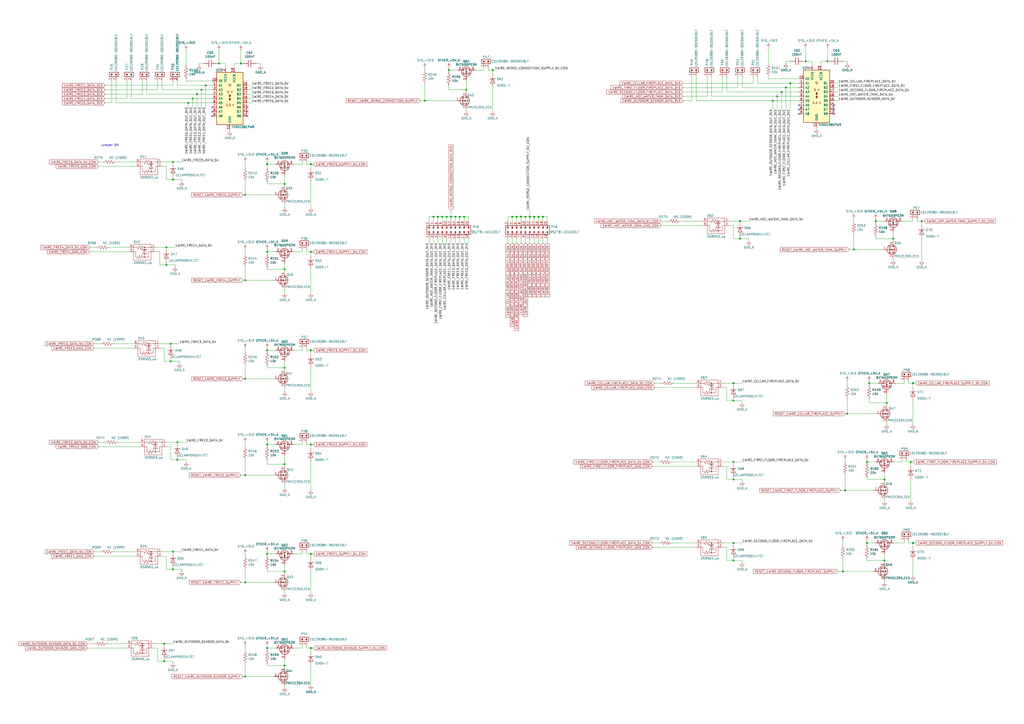
<source format=kicad_sch>
(kicad_sch (version 20230121) (generator eeschema)
  (paper "A2")
  (title_block (title "1-Wire bus") (date "2023-05-26") (rev "v1.0") (company "Roman Labovsky (roman-labovsky.cz)"))
  (junction (at 448.31 58.42))
  (junction (at 458.47 48.26))
  (junction (at 307.34 125.73))
  (junction (at 269.24 125.73))
  (junction (at 142.24 219.71))
  (junction (at 450.85 55.88))
  (junction (at 180.34 146.05))
  (junction (at 256.54 125.73))
  (junction (at 165.1 386.08))
  (junction (at 518.16 138.43))
  (junction (at 154.94 95.25))
  (junction (at 312.42 125.73))
  (junction (at 165.1 269.24))
  (junction (at 100.33 320.04))
  (junction (at 180.34 257.81))
  (junction (at 99.06 209.55))
  (junction (at 259.08 125.73))
  (junction (at 495.3 144.78))
  (junction (at 180.34 375.92))
  (junction (at 96.52 153.67))
  (junction (at 114.3 54.61))
  (junction (at 142.24 337.82))
  (junction (at 102.87 266.7))
  (junction (at 165.1 106.68))
  (junction (at 154.94 375.92))
  (junction (at 453.39 53.34))
  (junction (at 314.96 125.73))
  (junction (at 142.24 113.03))
  (junction (at 429.26 128.27))
  (junction (at 139.7 36.83))
  (junction (at 502.92 314.96))
  (junction (at 261.62 125.73))
  (junction (at 425.45 232.41))
  (junction (at 529.59 314.96))
  (junction (at 180.34 321.31))
  (junction (at 285.75 40.64))
  (junction (at 429.26 138.43))
  (junction (at 180.34 203.2))
  (junction (at 425.45 314.96))
  (junction (at 504.19 222.25))
  (junction (at 513.08 325.12))
  (junction (at 165.1 213.36))
  (junction (at 100.33 104.14))
  (junction (at 502.92 267.97))
  (junction (at 119.38 49.53))
  (junction (at 297.18 125.73))
  (junction (at 142.24 275.59))
  (junction (at 260.35 40.64))
  (junction (at 254 125.73))
  (junction (at 425.45 325.12))
  (junction (at 490.22 284.48))
  (junction (at 514.35 233.68))
  (junction (at 142.24 162.56))
  (junction (at 534.67 128.27))
  (junction (at 154.94 203.2))
  (junction (at 251.46 125.73))
  (junction (at 528.32 267.97))
  (junction (at 154.94 321.31))
  (junction (at 467.36 35.56))
  (junction (at 165.1 331.47))
  (junction (at 111.76 57.15))
  (junction (at 529.59 222.25))
  (junction (at 425.45 267.97))
  (junction (at 154.94 146.05))
  (junction (at 109.22 59.69))
  (junction (at 100.33 330.2))
  (junction (at 491.49 240.03))
  (junction (at 165.1 156.21))
  (junction (at 302.26 125.73))
  (junction (at 513.08 278.13))
  (junction (at 100.33 93.98))
  (junction (at 127 36.83))
  (junction (at 488.95 331.47))
  (junction (at 455.93 50.8))
  (junction (at 99.06 199.39))
  (junction (at 264.16 125.73))
  (junction (at 425.45 222.25))
  (junction (at 270.51 52.07))
  (junction (at 304.8 125.73))
  (junction (at 180.34 95.25))
  (junction (at 266.7 125.73))
  (junction (at 154.94 257.81))
  (junction (at 299.72 125.73))
  (junction (at 116.84 52.07))
  (junction (at 102.87 256.54))
  (junction (at 95.25 373.38))
  (junction (at 480.06 35.56))
  (junction (at 508 128.27))
  (junction (at 246.38 58.42))
  (junction (at 142.24 392.43))
  (junction (at 96.52 143.51))
  (junction (at 95.25 383.54))
  (junction (at 309.88 125.73))
  (junction (at 425.45 278.13))
  (no_connect (at 123.19 62.23))
  (no_connect (at 483.87 63.5))
  (no_connect (at 123.19 67.31))
  (no_connect (at 143.51 67.31))
  (no_connect (at 483.87 60.96))
  (no_connect (at 143.51 62.23))
  (no_connect (at 463.55 66.04))
  (no_connect (at 123.19 64.77))
  (no_connect (at 463.55 60.96))
  (no_connect (at 463.55 63.5))
  (no_connect (at 483.87 66.04))
  (no_connect (at 143.51 64.77))
  (wire (pts (xy 270.51 64.77) (xy 270.51 63.5)))
  (wire (pts (xy 269.24 125.73) (xy 271.78 125.73)))
  (wire (pts (xy 139.7 29.21) (xy 139.7 36.83)))
  (wire (pts (xy 175.26 375.92) (xy 175.26 374.65)))
  (wire (pts (xy 401.32 58.42) (xy 401.32 44.45)))
  (wire (pts (xy 143.51 59.69) (xy 146.05 59.69)))
  (wire (pts (xy 180.34 260.35) (xy 180.34 257.81)))
  (wire (pts (xy 312.42 125.73) (xy 314.96 125.73)))
  (wire (pts (xy 383.54 130.81) (xy 407.67 130.81)))
  (wire (pts (xy 506.73 284.48) (xy 490.22 284.48)))
  (wire (pts (xy 261.62 138.43) (xy 261.62 140.97)))
  (wire (pts (xy 91.44 383.54) (xy 91.44 375.92)))
  (wire (pts (xy 480.06 27.94) (xy 480.06 35.56)))
  (wire (pts (xy 54.61 322.58) (xy 78.74 322.58)))
  (wire (pts (xy 175.26 321.31) (xy 175.26 320.04)))
  (wire (pts (xy 483.87 50.8) (xy 486.41 50.8)))
  (wire (pts (xy 177.8 203.2) (xy 180.34 203.2)))
  (wire (pts (xy 119.38 62.23) (xy 119.38 49.53)))
  (wire (pts (xy 532.13 128.27) (xy 534.67 128.27)))
  (wire (pts (xy 177.8 95.25) (xy 180.34 95.25)))
  (wire (pts (xy 96.52 322.58) (xy 93.98 322.58)))
  (wire (pts (xy 95.25 201.93) (xy 92.71 201.93)))
  (wire (pts (xy 107.95 45.72) (xy 107.95 46.99)))
  (wire (pts (xy 125.73 36.83) (xy 127 36.83)))
  (wire (pts (xy 59.69 93.98) (xy 57.15 93.98)))
  (wire (pts (xy 403.86 58.42) (xy 448.31 58.42)))
  (wire (pts (xy 100.33 93.98) (xy 100.33 95.25)))
  (wire (pts (xy 142.24 162.56) (xy 140.97 162.56)))
  (wire (pts (xy 299.72 128.27) (xy 299.72 125.73)))
  (wire (pts (xy 430.53 278.13) (xy 430.53 279.4)))
  (wire (pts (xy 314.96 128.27) (xy 314.96 125.73)))
  (wire (pts (xy 142.24 377.19) (xy 142.24 374.65)))
  (wire (pts (xy 425.45 222.25) (xy 430.53 222.25)))
  (wire (pts (xy 165.1 156.21) (xy 165.1 152.4)))
  (wire (pts (xy 309.88 138.43) (xy 309.88 140.97)))
  (wire (pts (xy 421.64 53.34) (xy 421.64 44.45)))
  (wire (pts (xy 111.76 62.23) (xy 111.76 57.15)))
  (wire (pts (xy 513.08 290.83) (xy 513.08 289.56)))
  (wire (pts (xy 419.1 270.51) (xy 421.64 270.51)))
  (wire (pts (xy 266.7 138.43) (xy 266.7 140.97)))
  (wire (pts (xy 143.51 52.07) (xy 146.05 52.07)))
  (wire (pts (xy 57.15 96.52) (xy 78.74 96.52)))
  (wire (pts (xy 502.92 323.85) (xy 502.92 325.12)))
  (wire (pts (xy 379.73 222.25) (xy 383.54 222.25)))
  (wire (pts (xy 488.95 316.23) (xy 488.95 313.69)))
  (wire (pts (xy 154.94 257.81) (xy 160.02 257.81)))
  (wire (pts (xy 99.06 199.39) (xy 99.06 200.66)))
  (wire (pts (xy 96.52 96.52) (xy 93.98 96.52)))
  (wire (pts (xy 513.08 326.39) (xy 513.08 325.12)))
  (wire (pts (xy 430.53 50.8) (xy 430.53 44.45)))
  (wire (pts (xy 154.94 204.47) (xy 154.94 203.2)))
  (wire (pts (xy 455.93 35.56) (xy 455.93 36.83)))
  (wire (pts (xy 297.18 125.73) (xy 299.72 125.73)))
  (wire (pts (xy 100.33 49.53) (xy 60.96 49.53)))
  (wire (pts (xy 532.13 127) (xy 532.13 128.27)))
  (wire (pts (xy 307.34 138.43) (xy 307.34 140.97)))
  (wire (pts (xy 165.1 157.48) (xy 165.1 156.21)))
  (wire (pts (xy 52.07 146.05) (xy 74.93 146.05)))
  (wire (pts (xy 175.26 203.2) (xy 175.26 201.93)))
  (wire (pts (xy 175.26 146.05) (xy 175.26 144.78)))
  (wire (pts (xy 127 36.83) (xy 130.81 36.83)))
  (wire (pts (xy 177.8 375.92) (xy 180.34 375.92)))
  (wire (pts (xy 142.24 113.03) (xy 140.97 113.03)))
  (wire (pts (xy 142.24 113.03) (xy 158.75 113.03)))
  (wire (pts (xy 100.33 383.54) (xy 100.33 384.81)))
  (wire (pts (xy 62.23 373.38) (xy 73.66 373.38)))
  (wire (pts (xy 508 129.54) (xy 508 128.27)))
  (wire (pts (xy 455.93 50.8) (xy 463.55 50.8)))
  (wire (pts (xy 419.1 314.96) (xy 425.45 314.96)))
  (wire (pts (xy 453.39 63.5) (xy 453.39 53.34)))
  (wire (pts (xy 170.18 257.81) (xy 175.26 257.81)))
  (wire (pts (xy 99.06 259.08) (xy 96.52 259.08)))
  (wire (pts (xy 283.21 40.64) (xy 285.75 40.64)))
  (wire (pts (xy 99.06 209.55) (xy 95.25 209.55)))
  (wire (pts (xy 100.33 93.98) (xy 105.41 93.98)))
  (wire (pts (xy 527.05 222.25) (xy 529.59 222.25)))
  (wire (pts (xy 425.45 325.12) (xy 421.64 325.12)))
  (wire (pts (xy 243.84 58.42) (xy 246.38 58.42)))
  (wire (pts (xy 518.16 151.13) (xy 518.16 149.86)))
  (wire (pts (xy 90.17 143.51) (xy 96.52 143.51)))
  (wire (pts (xy 525.78 266.7) (xy 525.78 267.97)))
  (wire (pts (xy 99.06 199.39) (xy 104.14 199.39)))
  (wire (pts (xy 425.45 231.14) (xy 425.45 232.41)))
  (wire (pts (xy 102.87 256.54) (xy 102.87 257.81)))
  (wire (pts (xy 514.35 246.38) (xy 514.35 245.11)))
  (wire (pts (xy 140.97 219.71) (xy 142.24 219.71)))
  (wire (pts (xy 60.96 57.15) (xy 73.66 57.15)))
  (wire (pts (xy 177.8 144.78) (xy 177.8 146.05)))
  (wire (pts (xy 96.52 153.67) (xy 101.6 153.67)))
  (wire (pts (xy 180.34 148.59) (xy 180.34 146.05)))
  (wire (pts (xy 107.95 266.7) (xy 107.95 267.97)))
  (wire (pts (xy 467.36 35.56) (xy 471.17 35.56)))
  (wire (pts (xy 165.1 213.36) (xy 165.1 209.55)))
  (wire (pts (xy 261.62 128.27) (xy 261.62 125.73)))
  (wire (pts (xy 425.45 314.96) (xy 430.53 314.96)))
  (wire (pts (xy 154.94 106.68) (xy 165.1 106.68)))
  (wire (pts (xy 88.9 373.38) (xy 95.25 373.38)))
  (wire (pts (xy 430.53 50.8) (xy 455.93 50.8)))
  (wire (pts (xy 142.24 392.43) (xy 140.97 392.43)))
  (wire (pts (xy 142.24 97.79) (xy 142.24 93.98)))
  (wire (pts (xy 523.24 128.27) (xy 529.59 128.27)))
  (wire (pts (xy 294.64 138.43) (xy 294.64 140.97)))
  (wire (pts (xy 76.2 57.15) (xy 76.2 46.99)))
  (wire (pts (xy 68.58 256.54) (xy 81.28 256.54)))
  (wire (pts (xy 165.1 227.33) (xy 165.1 224.79)))
  (wire (pts (xy 264.16 58.42) (xy 246.38 58.42)))
  (wire (pts (xy 100.33 104.14) (xy 96.52 104.14)))
  (wire (pts (xy 143.51 57.15) (xy 146.05 57.15)))
  (wire (pts (xy 529.59 224.79) (xy 529.59 222.25)))
  (wire (pts (xy 85.09 54.61) (xy 114.3 54.61)))
  (wire (pts (xy 143.51 54.61) (xy 146.05 54.61)))
  (wire (pts (xy 165.1 170.18) (xy 165.1 167.64)))
  (wire (pts (xy 502.92 325.12) (xy 513.08 325.12)))
  (wire (pts (xy 412.75 55.88) (xy 450.85 55.88)))
  (wire (pts (xy 165.1 270.51) (xy 165.1 269.24)))
  (wire (pts (xy 142.24 259.08) (xy 142.24 256.54)))
  (wire (pts (xy 491.49 240.03) (xy 491.49 231.14)))
  (wire (pts (xy 491.49 240.03) (xy 490.22 240.03)))
  (wire (pts (xy 504.19 222.25) (xy 504.19 220.98)))
  (wire (pts (xy 378.46 270.51) (xy 403.86 270.51)))
  (wire (pts (xy 412.75 55.88) (xy 412.75 44.45)))
  (wire (pts (xy 119.38 49.53) (xy 123.19 49.53)))
  (wire (pts (xy 101.6 153.67) (xy 101.6 154.94)))
  (wire (pts (xy 429.26 128.27) (xy 434.34 128.27)))
  (wire (pts (xy 180.34 378.46) (xy 180.34 375.92)))
  (wire (pts (xy 260.35 41.91) (xy 260.35 40.64)))
  (wire (pts (xy 165.1 120.65) (xy 165.1 118.11)))
  (wire (pts (xy 266.7 125.73) (xy 269.24 125.73)))
  (wire (pts (xy 99.06 209.55) (xy 104.14 209.55)))
  (wire (pts (xy 302.26 128.27) (xy 302.26 125.73)))
  (wire (pts (xy 294.64 128.27) (xy 294.64 125.73)))
  (wire (pts (xy 99.06 266.7) (xy 99.06 259.08)))
  (wire (pts (xy 483.87 55.88) (xy 486.41 55.88)))
  (wire (pts (xy 425.45 276.86) (xy 425.45 278.13)))
  (wire (pts (xy 260.35 49.53) (xy 260.35 52.07)))
  (wire (pts (xy 66.04 320.04) (xy 78.74 320.04)))
  (wire (pts (xy 518.16 267.97) (xy 523.24 267.97)))
  (wire (pts (xy 491.49 223.52) (xy 491.49 220.98)))
  (wire (pts (xy 165.1 387.35) (xy 165.1 386.08)))
  (wire (pts (xy 67.31 46.99) (xy 67.31 59.69)))
  (wire (pts (xy 165.1 214.63) (xy 165.1 213.36)))
  (wire (pts (xy 170.18 146.05) (xy 175.26 146.05)))
  (wire (pts (xy 445.77 45.72) (xy 463.55 45.72)))
  (wire (pts (xy 488.95 331.47) (xy 506.73 331.47)))
  (wire (pts (xy 100.33 328.93) (xy 100.33 330.2)))
  (wire (pts (xy 135.89 36.83) (xy 139.7 36.83)))
  (wire (pts (xy 142.24 113.03) (xy 142.24 105.41)))
  (wire (pts (xy 154.94 386.08) (xy 165.1 386.08)))
  (wire (pts (xy 256.54 125.73) (xy 259.08 125.73)))
  (wire (pts (xy 180.34 205.74) (xy 180.34 203.2)))
  (wire (pts (xy 102.87 266.7) (xy 107.95 266.7)))
  (wire (pts (xy 396.24 55.88) (xy 410.21 55.88)))
  (wire (pts (xy 154.94 321.31) (xy 154.94 320.04)))
  (wire (pts (xy 314.96 125.73) (xy 317.5 125.73)))
  (wire (pts (xy 299.72 125.73) (xy 302.26 125.73)))
  (wire (pts (xy 95.25 382.27) (xy 95.25 383.54)))
  (wire (pts (xy 488.95 323.85) (xy 488.95 331.47)))
  (wire (pts (xy 54.61 201.93) (xy 77.47 201.93)))
  (wire (pts (xy 529.59 128.27) (xy 529.59 127)))
  (wire (pts (xy 154.94 97.79) (xy 154.94 95.25)))
  (wire (pts (xy 490.22 284.48) (xy 490.22 275.59)))
  (wire (pts (xy 508 128.27) (xy 508 127)))
  (wire (pts (xy 50.8 373.38) (xy 54.61 373.38)))
  (wire (pts (xy 107.95 38.1) (xy 107.95 29.21)))
  (wire (pts (xy 102.87 49.53) (xy 119.38 49.53)))
  (wire (pts (xy 425.45 323.85) (xy 425.45 325.12)))
  (wire (pts (xy 502.92 316.23) (xy 502.92 314.96)))
  (wire (pts (xy 96.52 143.51) (xy 96.52 144.78)))
  (wire (pts (xy 271.78 128.27) (xy 271.78 125.73)))
  (wire (pts (xy 100.33 330.2) (xy 96.52 330.2)))
  (wire (pts (xy 483.87 53.34) (xy 486.41 53.34)))
  (wire (pts (xy 297.18 128.27) (xy 297.18 125.73)))
  (wire (pts (xy 486.41 331.47) (xy 488.95 331.47)))
  (wire (pts (xy 259.08 138.43) (xy 259.08 140.97)))
  (wire (pts (xy 513.08 325.12) (xy 513.08 321.31)))
  (wire (pts (xy 425.45 267.97) (xy 430.53 267.97)))
  (wire (pts (xy 513.08 336.55) (xy 513.08 337.82)))
  (wire (pts (xy 430.53 325.12) (xy 430.53 326.39)))
  (wire (pts (xy 127 29.21) (xy 127 36.83)))
  (wire (pts (xy 92.71 146.05) (xy 90.17 146.05)))
  (wire (pts (xy 508 138.43) (xy 518.16 138.43)))
  (wire (pts (xy 116.84 52.07) (xy 123.19 52.07)))
  (wire (pts (xy 261.62 125.73) (xy 261.62 121.92)))
  (wire (pts (xy 96.52 104.14) (xy 96.52 96.52)))
  (wire (pts (xy 105.41 330.2) (xy 105.41 331.47)))
  (wire (pts (xy 421.64 325.12) (xy 421.64 317.5)))
  (wire (pts (xy 177.8 146.05) (xy 180.34 146.05)))
  (wire (pts (xy 170.18 203.2) (xy 175.26 203.2)))
  (wire (pts (xy 148.59 36.83) (xy 151.13 36.83)))
  (wire (pts (xy 419.1 222.25) (xy 425.45 222.25)))
  (wire (pts (xy 285.75 64.77) (xy 285.75 50.8)))
  (wire (pts (xy 154.94 330.2) (xy 154.94 331.47)))
  (wire (pts (xy 528.32 267.97) (xy 529.59 267.97)))
  (wire (pts (xy 502.92 278.13) (xy 513.08 278.13)))
  (wire (pts (xy 158.75 337.82) (xy 142.24 337.82)))
  (wire (pts (xy 467.36 27.94) (xy 467.36 35.56)))
  (wire (pts (xy 492.76 144.78) (xy 495.3 144.78)))
  (wire (pts (xy 142.24 392.43) (xy 142.24 384.81)))
  (wire (pts (xy 529.59 222.25) (xy 530.86 222.25)))
  (wire (pts (xy 466.09 35.56) (xy 467.36 35.56)))
  (wire (pts (xy 100.33 102.87) (xy 100.33 104.14)))
  (wire (pts (xy 154.94 321.31) (xy 160.02 321.31)))
  (wire (pts (xy 504.19 223.52) (xy 504.19 222.25)))
  (wire (pts (xy 50.8 375.92) (xy 73.66 375.92)))
  (wire (pts (xy 142.24 219.71) (xy 142.24 212.09)))
  (wire (pts (xy 389.89 314.96) (xy 403.86 314.96)))
  (wire (pts (xy 502.92 276.86) (xy 502.92 278.13)))
  (wire (pts (xy 529.59 246.38) (xy 529.59 232.41)))
  (wire (pts (xy 57.15 259.08) (xy 81.28 259.08)))
  (wire (pts (xy 154.94 375.92) (xy 154.94 374.65)))
  (wire (pts (xy 425.45 267.97) (xy 425.45 269.24)))
  (wire (pts (xy 483.87 48.26) (xy 486.41 48.26)))
  (wire (pts (xy 458.47 63.5) (xy 458.47 48.26)))
  (wire (pts (xy 100.33 46.99) (xy 100.33 49.53)))
  (wire (pts (xy 508 128.27) (xy 513.08 128.27)))
  (wire (pts (xy 299.72 138.43) (xy 299.72 140.97)))
  (wire (pts (xy 285.75 43.18) (xy 285.75 40.64)))
  (wire (pts (xy 529.59 334.01) (xy 529.59 325.12)))
  (wire (pts (xy 270.51 52.07) (xy 270.51 46.99)))
  (wire (pts (xy 513.08 278.13) (xy 513.08 274.32)))
  (wire (pts (xy 67.31 59.69) (xy 109.22 59.69)))
  (wire (pts (xy 135.89 39.37) (xy 135.89 36.83)))
  (wire (pts (xy 307.34 125.73) (xy 309.88 125.73)))
  (wire (pts (xy 63.5 143.51) (xy 74.93 143.51)))
  (wire (pts (xy 111.76 57.15) (xy 123.19 57.15)))
  (wire (pts (xy 429.26 138.43) (xy 434.34 138.43)))
  (wire (pts (xy 504.19 231.14) (xy 504.19 233.68)))
  (wire (pts (xy 425.45 278.13) (xy 421.64 278.13)))
  (wire (pts (xy 421.64 278.13) (xy 421.64 270.51)))
  (wire (pts (xy 264.16 128.27) (xy 264.16 125.73)))
  (wire (pts (xy 450.85 55.88) (xy 463.55 55.88)))
  (wire (pts (xy 177.8 321.31) (xy 180.34 321.31)))
  (wire (pts (xy 396.24 58.42) (xy 401.32 58.42)))
  (wire (pts (xy 170.18 95.25) (xy 175.26 95.25)))
  (wire (pts (xy 154.94 331.47) (xy 165.1 331.47)))
  (wire (pts (xy 95.25 209.55) (xy 95.25 201.93)))
  (wire (pts (xy 378.46 317.5) (xy 403.86 317.5)))
  (wire (pts (xy 269.24 138.43) (xy 269.24 140.97)))
  (wire (pts (xy 180.34 227.33) (xy 180.34 213.36)))
  (wire (pts (xy 154.94 203.2) (xy 160.02 203.2)))
  (wire (pts (xy 264.16 125.73) (xy 266.7 125.73)))
  (wire (pts (xy 495.3 144.78) (xy 495.3 135.89)))
  (wire (pts (xy 154.94 269.24) (xy 165.1 269.24)))
  (wire (pts (xy 256.54 138.43) (xy 256.54 140.97)))
  (wire (pts (xy 304.8 138.43) (xy 304.8 140.97)))
  (wire (pts (xy 154.94 266.7) (xy 154.94 269.24)))
  (wire (pts (xy 248.92 128.27) (xy 248.92 125.73)))
  (wire (pts (xy 453.39 53.34) (xy 463.55 53.34)))
  (wire (pts (xy 425.45 314.96) (xy 425.45 316.23)))
  (wire (pts (xy 142.24 275.59) (xy 142.24 266.7)))
  (wire (pts (xy 96.52 143.51) (xy 101.6 143.51)))
  (wire (pts (xy 425.45 232.41) (xy 430.53 232.41)))
  (wire (pts (xy 383.54 128.27) (xy 387.35 128.27)))
  (wire (pts (xy 524.51 222.25) (xy 524.51 220.98)))
  (wire (pts (xy 154.94 95.25) (xy 154.94 93.98)))
  (wire (pts (xy 425.45 325.12) (xy 430.53 325.12)))
  (wire (pts (xy 154.94 212.09) (xy 154.94 213.36)))
  (wire (pts (xy 100.33 104.14) (xy 105.41 104.14)))
  (wire (pts (xy 107.95 46.99) (xy 123.19 46.99)))
  (wire (pts (xy 425.45 222.25) (xy 425.45 223.52)))
  (wire (pts (xy 180.34 97.79) (xy 180.34 95.25)))
  (wire (pts (xy 525.78 267.97) (xy 528.32 267.97)))
  (wire (pts (xy 52.07 143.51) (xy 55.88 143.51)))
  (wire (pts (xy 180.34 170.18) (xy 180.34 156.21)))
  (wire (pts (xy 180.34 397.51) (xy 180.34 386.08)))
  (wire (pts (xy 158.75 219.71) (xy 142.24 219.71)))
  (wire (pts (xy 518.16 134.62) (xy 518.16 138.43)))
  (wire (pts (xy 259.08 128.27) (xy 259.08 125.73)))
  (wire (pts (xy 448.31 63.5) (xy 448.31 58.42)))
  (wire (pts (xy 529.59 314.96) (xy 530.86 314.96)))
  (wire (pts (xy 104.14 209.55) (xy 104.14 210.82)))
  (wire (pts (xy 102.87 256.54) (xy 107.95 256.54)))
  (wire (pts (xy 143.51 49.53) (xy 146.05 49.53)))
  (wire (pts (xy 491.49 35.56) (xy 491.49 36.83)))
  (wire (pts (xy 165.1 106.68) (xy 165.1 107.95)))
  (wire (pts (xy 177.8 256.54) (xy 177.8 257.81)))
  (wire (pts (xy 248.92 138.43) (xy 248.92 140.97)))
  (wire (pts (xy 116.84 62.23) (xy 116.84 52.07)))
  (wire (pts (xy 165.1 331.47) (xy 165.1 327.66)))
  (wire (pts (xy 528.32 270.51) (xy 528.32 267.97)))
  (wire (pts (xy 251.46 128.27) (xy 251.46 125.73)))
  (wire (pts (xy 251.46 138.43) (xy 251.46 140.97)))
  (wire (pts (xy 519.43 222.25) (xy 524.51 222.25)))
  (wire (pts (xy 488.95 35.56) (xy 491.49 35.56)))
  (wire (pts (xy 102.87 265.43) (xy 102.87 266.7)))
  (wire (pts (xy 309.88 128.27) (xy 309.88 125.73)))
  (wire (pts (xy 429.26 128.27) (xy 429.26 129.54)))
  (wire (pts (xy 427.99 50.8) (xy 427.99 44.45)))
  (wire (pts (xy 165.1 269.24) (xy 165.1 264.16)))
  (wire (pts (xy 114.3 62.23) (xy 114.3 54.61)))
  (wire (pts (xy 502.92 267.97) (xy 502.92 266.7)))
  (wire (pts (xy 180.34 323.85) (xy 180.34 321.31)))
  (wire (pts (xy 165.1 332.74) (xy 165.1 331.47)))
  (wire (pts (xy 528.32 290.83) (xy 528.32 278.13)))
  (wire (pts (xy 436.88 48.26) (xy 396.24 48.26)))
  (wire (pts (xy 109.22 59.69) (xy 123.19 59.69)))
  (wire (pts (xy 246.38 40.64) (xy 246.38 39.37)))
  (wire (pts (xy 175.26 257.81) (xy 175.26 256.54)))
  (wire (pts (xy 518.16 314.96) (xy 524.51 314.96)))
  (wire (pts (xy 92.71 199.39) (xy 99.06 199.39)))
  (wire (pts (xy 96.52 330.2) (xy 96.52 322.58)))
  (wire (pts (xy 100.33 320.04) (xy 100.33 321.31)))
  (wire (pts (xy 95.25 373.38) (xy 100.33 373.38)))
  (wire (pts (xy 154.94 203.2) (xy 154.94 201.93)))
  (wire (pts (xy 256.54 128.27) (xy 256.54 125.73)))
  (wire (pts (xy 502.92 314.96) (xy 508 314.96)))
  (wire (pts (xy 425.45 278.13) (xy 430.53 278.13)))
  (wire (pts (xy 91.44 52.07) (xy 91.44 46.99)))
  (wire (pts (xy 100.33 330.2) (xy 105.41 330.2)))
  (wire (pts (xy 419.1 267.97) (xy 425.45 267.97)))
  (wire (pts (xy 261.62 125.73) (xy 264.16 125.73)))
  (wire (pts (xy 378.46 267.97) (xy 382.27 267.97)))
  (wire (pts (xy 302.26 138.43) (xy 302.26 140.97)))
  (wire (pts (xy 154.94 377.19) (xy 154.94 375.92)))
  (wire (pts (xy 307.34 125.73) (xy 307.34 121.92)))
  (wire (pts (xy 430.53 232.41) (xy 430.53 233.68)))
  (wire (pts (xy 114.3 54.61) (xy 123.19 54.61)))
  (wire (pts (xy 246.38 48.26) (xy 246.38 58.42)))
  (wire (pts (xy 269.24 128.27) (xy 269.24 125.73)))
  (wire (pts (xy 403.86 58.42) (xy 403.86 44.45)))
  (wire (pts (xy 490.22 267.97) (xy 490.22 266.7)))
  (wire (pts (xy 476.25 38.1) (xy 476.25 35.56)))
  (wire (pts (xy 142.24 337.82) (xy 142.24 330.2)))
  (wire (pts (xy 436.88 44.45) (xy 436.88 48.26)))
  (wire (pts (xy 92.71 153.67) (xy 92.71 146.05)))
  (wire (pts (xy 434.34 138.43) (xy 434.34 139.7)))
  (wire (pts (xy 95.25 383.54) (xy 91.44 383.54)))
  (wire (pts (xy 170.18 375.92) (xy 175.26 375.92)))
  (wire (pts (xy 458.47 48.26) (xy 463.55 48.26)))
  (wire (pts (xy 425.45 232.41) (xy 421.64 232.41)))
  (wire (pts (xy 502.92 314.96) (xy 502.92 313.69)))
  (wire (pts (xy 165.1 280.67) (xy 165.1 283.21)))
  (wire (pts (xy 508 240.03) (xy 491.49 240.03)))
  (wire (pts (xy 99.06 208.28) (xy 99.06 209.55)))
  (wire (pts (xy 476.25 35.56) (xy 480.06 35.56)))
  (wire (pts (xy 458.47 35.56) (xy 455.93 35.56)))
  (wire (pts (xy 180.34 203.2) (xy 181.61 203.2)))
  (wire (pts (xy 154.94 154.94) (xy 154.94 156.21)))
  (wire (pts (xy 154.94 259.08) (xy 154.94 257.81)))
  (wire (pts (xy 154.94 156.21) (xy 165.1 156.21)))
  (wire (pts (xy 378.46 314.96) (xy 382.27 314.96)))
  (wire (pts (xy 473.71 74.93) (xy 473.71 73.66)))
  (wire (pts (xy 109.22 62.23) (xy 109.22 59.69)))
  (wire (pts (xy 511.81 144.78) (xy 495.3 144.78)))
  (wire (pts (xy 254 128.27) (xy 254 125.73)))
  (wire (pts (xy 93.98 320.04) (xy 100.33 320.04)))
  (wire (pts (xy 177.8 201.93) (xy 177.8 203.2)))
  (wire (pts (xy 527.05 313.69) (xy 527.05 314.96)))
  (wire (pts (xy 502.92 269.24) (xy 502.92 267.97)))
  (wire (pts (xy 317.5 128.27) (xy 317.5 125.73)))
  (wire (pts (xy 76.2 57.15) (xy 111.76 57.15)))
  (wire (pts (xy 115.57 36.83) (xy 115.57 38.1)))
  (wire (pts (xy 391.16 222.25) (xy 403.86 222.25)))
  (wire (pts (xy 180.34 321.31) (xy 181.61 321.31)))
  (wire (pts (xy 394.97 128.27) (xy 407.67 128.27)))
  (wire (pts (xy 421.64 232.41) (xy 421.64 224.79)))
  (wire (pts (xy 139.7 337.82) (xy 142.24 337.82)))
  (wire (pts (xy 118.11 36.83) (xy 115.57 36.83)))
  (wire (pts (xy 280.67 40.64) (xy 280.67 39.37)))
  (wire (pts (xy 534.67 128.27) (xy 535.94 128.27)))
  (wire (pts (xy 58.42 199.39) (xy 54.61 199.39)))
  (wire (pts (xy 175.26 95.25) (xy 175.26 93.98)))
  (wire (pts (xy 154.94 322.58) (xy 154.94 321.31)))
  (wire (pts (xy 396.24 50.8) (xy 427.99 50.8)))
  (wire (pts (xy 502.92 267.97) (xy 508 267.97)))
  (wire (pts (xy 177.8 93.98) (xy 177.8 95.25)))
  (wire (pts (xy 165.1 398.78) (xy 165.1 397.51)))
  (wire (pts (xy 260.35 40.64) (xy 260.35 39.37)))
  (wire (pts (xy 180.34 375.92) (xy 181.61 375.92)))
  (wire (pts (xy 57.15 256.54) (xy 60.96 256.54)))
  (wire (pts (xy 518.16 139.7) (xy 518.16 138.43)))
  (wire (pts (xy 450.85 63.5) (xy 450.85 55.88)))
  (wire (pts (xy 425.45 138.43) (xy 425.45 130.81)))
  (wire (pts (xy 64.77 46.99) (xy 64.77 59.69)))
  (wire (pts (xy 154.94 105.41) (xy 154.94 106.68)))
  (wire (pts (xy 96.52 153.67) (xy 92.71 153.67)))
  (wire (pts (xy 73.66 57.15) (xy 73.66 46.99)))
  (wire (pts (xy 64.77 59.69) (xy 60.96 59.69)))
  (wire (pts (xy 251.46 125.73) (xy 254 125.73)))
  (wire (pts (xy 93.98 52.07) (xy 93.98 46.99)))
  (wire (pts (xy 105.41 104.14) (xy 105.41 105.41)))
  (wire (pts (xy 439.42 48.26) (xy 439.42 44.45)))
  (wire (pts (xy 266.7 128.27) (xy 266.7 125.73)))
  (wire (pts (xy 294.64 125.73) (xy 297.18 125.73)))
  (wire (pts (xy 91.44 375.92) (xy 88.9 375.92)))
  (wire (pts (xy 142.24 201.93) (xy 142.24 204.47)))
  (wire (pts (xy 264.16 138.43) (xy 264.16 140.97)))
  (wire (pts (xy 154.94 257.81) (xy 154.94 256.54)))
  (wire (pts (xy 180.34 284.48) (xy 180.34 267.97)))
  (wire (pts (xy 396.24 53.34) (xy 419.1 53.34)))
  (wire (pts (xy 165.1 386.08) (xy 165.1 382.27)))
  (wire (pts (xy 260.35 52.07) (xy 270.51 52.07)))
  (wire (pts (xy 142.24 322.58) (xy 142.24 321.31)))
  (wire (pts (xy 302.26 125.73) (xy 304.8 125.73)))
  (wire (pts (xy 304.8 128.27) (xy 304.8 125.73)))
  (wire (pts (xy 410.21 55.88) (xy 410.21 44.45)))
  (wire (pts (xy 66.04 199.39) (xy 77.47 199.39)))
  (wire (pts (xy 158.75 162.56) (xy 142.24 162.56)))
  (wire (pts (xy 312.42 138.43) (xy 312.42 140.97)))
  (wire (pts (xy 471.17 35.56) (xy 471.17 38.1)))
  (wire (pts (xy 67.31 93.98) (xy 78.74 93.98)))
  (wire (pts (xy 379.73 224.79) (xy 403.86 224.79)))
  (wire (pts (xy 130.81 36.83) (xy 130.81 39.37)))
  (wire (pts (xy 445.77 36.83) (xy 445.77 27.94)))
  (wire (pts (xy 523.24 267.97) (xy 523.24 266.7)))
  (wire (pts (xy 180.34 344.17) (xy 180.34 331.47)))
  (wire (pts (xy 429.26 138.43) (xy 425.45 138.43)))
  (wire (pts (xy 270.51 53.34) (xy 270.51 52.07)))
  (wire (pts (xy 483.87 58.42) (xy 486.41 58.42)))
  (wire (pts (xy 165.1 344.17) (xy 165.1 342.9)))
  (wire (pts (xy 170.18 321.31) (xy 175.26 321.31)))
  (wire (pts (xy 317.5 138.43) (xy 317.5 140.97)))
  (wire (pts (xy 158.75 275.59) (xy 142.24 275.59)))
  (wire (pts (xy 534.67 130.81) (xy 534.67 128.27)))
  (wire (pts (xy 495.3 128.27) (xy 495.3 127)))
  (wire (pts (xy 180.34 120.65) (xy 180.34 105.41)))
  (wire (pts (xy 421.64 224.79) (xy 419.1 224.79)))
  (wire (pts (xy 102.87 266.7) (xy 99.06 266.7)))
  (wire (pts (xy 85.09 54.61) (xy 85.09 46.99)))
  (wire (pts (xy 102.87 49.53) (xy 102.87 46.99)))
  (wire (pts (xy 504.19 233.68) (xy 514.35 233.68)))
  (wire (pts (xy 139.7 275.59) (xy 142.24 275.59)))
  (wire (pts (xy 154.94 95.25) (xy 160.02 95.25)))
  (wire (pts (xy 93.98 52.07) (xy 116.84 52.07)))
  (wire (pts (xy 133.35 76.2) (xy 133.35 74.93)))
  (wire (pts (xy 275.59 40.64) (xy 280.67 40.64)))
  (wire (pts (xy 297.18 138.43) (xy 297.18 140.97)))
  (wire (pts (xy 514.35 234.95) (xy 514.35 233.68)))
  (wire (pts (xy 100.33 320.04) (xy 105.41 320.04)))
  (wire (pts (xy 419.1 53.34) (xy 419.1 44.45)))
  (wire (pts (xy 425.45 130.81) (xy 422.91 130.81)))
  (wire (pts (xy 260.35 40.64) (xy 265.43 40.64)))
  (wire (pts (xy 60.96 52.07) (xy 91.44 52.07)))
  (wire (pts (xy 527.05 220.98) (xy 527.05 222.25)))
  (wire (pts (xy 429.26 137.16) (xy 429.26 138.43)))
  (wire (pts (xy 307.34 128.27) (xy 307.34 125.73)))
  (wire (pts (xy 54.61 320.04) (xy 58.42 320.04)))
  (wire (pts (xy 508 137.16) (xy 508 138.43)))
  (wire (pts (xy 95.25 383.54) (xy 100.33 383.54)))
  (wire (pts (xy 448.31 58.42) (xy 463.55 58.42)))
  (wire (pts (xy 180.34 257.81) (xy 181.61 257.81)))
  (wire (pts (xy 142.24 162.56) (xy 142.24 154.94)))
  (wire (pts (xy 180.34 95.25) (xy 181.61 95.25)))
  (wire (pts (xy 439.42 48.26) (xy 458.47 48.26)))
  (wire (pts (xy 529.59 317.5) (xy 529.59 314.96)))
  (wire (pts (xy 480.06 35.56) (xy 481.33 35.56)))
  (wire (pts (xy 96.52 256.54) (xy 102.87 256.54)))
  (wire (pts (xy 151.13 36.83) (xy 151.13 38.1)))
  (wire (pts (xy 154.94 146.05) (xy 160.02 146.05)))
  (wire (pts (xy 309.88 125.73) (xy 312.42 125.73)))
  (wire (pts (xy 177.8 257.81) (xy 180.34 257.81)))
  (wire (pts (xy 177.8 320.04) (xy 177.8 321.31)))
  (wire (pts (xy 139.7 36.83) (xy 140.97 36.83)))
  (wire (pts (xy 455.93 63.5) (xy 455.93 50.8)))
  (wire (pts (xy 254 125.73) (xy 256.54 125.73)))
  (wire (pts (xy 487.68 284.48) (xy 490.22 284.48)))
  (wire (pts (xy 389.89 267.97) (xy 403.86 267.97)))
  (wire (pts (xy 314.96 138.43) (xy 314.96 140.97)))
  (wire (pts (xy 254 138.43) (xy 254 140.97)))
  (wire (pts (xy 312.42 128.27) (xy 312.42 125.73)))
  (wire (pts (xy 285.75 40.64) (xy 287.02 40.64)))
  (wire (pts (xy 504.19 222.25) (xy 509.27 222.25)))
  (wire (pts (xy 142.24 147.32) (xy 142.24 144.78)))
  (wire (pts (xy 154.94 147.32) (xy 154.94 146.05)))
  (wire (pts (xy 154.94 213.36) (xy 165.1 213.36)))
  (wire (pts (xy 422.91 128.27) (xy 429.26 128.27)))
  (wire (pts (xy 93.98 93.98) (xy 100.33 93.98)))
  (wire (pts (xy 514.35 233.68) (xy 514.35 228.6)))
  (wire (pts (xy 95.25 373.38) (xy 95.25 374.65)))
  (wire (pts (xy 248.92 125.73) (xy 251.46 125.73)))
  (wire (pts (xy 534.67 151.13) (xy 534.67 138.43)))
  (wire (pts (xy 180.34 146.05) (xy 181.61 146.05)))
  (wire (pts (xy 154.94 384.81) (xy 154.94 386.08)))
  (wire (pts (xy 445.77 44.45) (xy 445.77 45.72)))
  (wire (pts (xy 158.75 392.43) (xy 142.24 392.43)))
  (wire (pts (xy 82.55 54.61) (xy 82.55 46.99)))
  (wire (pts (xy 154.94 146.05) (xy 154.94 144.78)))
  (wire (pts (xy 165.1 101.6) (xy 165.1 106.68)))
  (wire (pts (xy 96.52 152.4) (xy 96.52 153.67)))
  (wire (pts (xy 513.08 279.4) (xy 513.08 278.13)))
  (wire (pts (xy 60.96 54.61) (xy 82.55 54.61)))
  (wire (pts (xy 421.64 53.34) (xy 453.39 53.34)))
  (wire (pts (xy 421.64 317.5) (xy 419.1 317.5)))
  (wire (pts (xy 524.51 314.96) (xy 524.51 313.69)))
  (wire (pts (xy 527.05 314.96) (xy 529.59 314.96)))
  (wire (pts (xy 283.21 39.37) (xy 283.21 40.64)))
  (wire (pts (xy 177.8 374.65) (xy 177.8 375.92)))
  (wire (pts (xy 271.78 138.43) (xy 271.78 140.97)))
  (wire (pts (xy 259.08 125.73) (xy 261.62 125.73)))
  (wire (pts (xy 154.94 375.92) (xy 160.02 375.92)))
  (wire (pts (xy 304.8 125.73) (xy 307.34 125.73)))
  (text "Jumper 0R" (at 58.42 85.09 0) (effects (font (size 1.27 1.27)) (justify left bottom)))
  (label "1WIRE_OUTDOOR_SENSOR_DATA_5V" (at 100.33 373.38 0))
  (label "1WIRE_FREE2_DATA_5V" (at 107.95 256.54 0))
  (label "1WIRE_FREE5_DATA_OUT_3V3" (at 271.78 140.97 270))
  (label "1WIRE_FREE3_DATA_5V" (at 104.14 199.39 0))
  (label "1WIRE_FREE3_DATA_5V" (at 146.05 54.61 0))
  (label "1WIRE_MERGE_CONNECTION_SUPPLY_5V_CON" (at 307.34 121.92 90))
  (label "1WIRE_HOT_WATER_TANK_DATA_OUT_3V3" (at 251.46 140.97 270))
  (label "1WIRE_FREE2_DATA_5V" (at 146.05 52.07 0))
  (label "1WIRE_FREE1_DATA_OUT_3V3" (at 261.62 140.97 270))
  (label "1WIRE_SECOND_FLOOR_FIREPLACE_DATA_OUT_3V3" (at 453.39 63.5 270))
  (label "1WIRE_FREE3_DATA_OUT_3V3" (at 266.7 140.97 270))
  (label "1WIRE_FIRST_FLOOR_FIREPLACE_DATA_5V" (at 430.53 267.97 0))
  (label "1WIRE_CELLAR_FIREPLACE_DATA_OUT_3V3" (at 458.47 63.5 270))
  (label "1WIRE_FIRST_FLOOR_FIREPLACE_DATA_5V" (at 486.41 50.8 0))
  (label "1WIRE_FREE5_DATA_5V" (at 146.05 59.69 0))
  (label "1WIRE_FREE4_DATA_5V" (at 101.6 143.51 0))
  (label "1WIRE_OUTDOOR_SENSOR_DATA_OUT_3V3" (at 448.31 63.5 270))
  (label "1WIRE_HOT_WATER_TANK_DATA_OUT_3V3" (at 450.85 63.5 270))
  (label "1WIRE_FREE1_DATA_5V" (at 146.05 49.53 0))
  (label "1WIRE_HOT_WATER_TANK_DATA_5V" (at 486.41 55.88 0))
  (label "1WIRE_CELLAR_FIREPLACE_DATA_5V" (at 486.41 48.26 0))
  (label "1WIRE_HOT_WATER_TANK_DATA_5V" (at 434.34 128.27 0))
  (label "1WIRE_FREE5_DATA_OUT_3V3" (at 109.22 62.23 270))
  (label "1WIRE_FIRST_FLOOR_FIREPLACE_DATA_OUT_3V3" (at 256.54 140.97 270))
  (label "1WIRE_SECOND_FLOOR_FIREPLACE_DATA_OUT_3V3" (at 254 140.97 270))
  (label "1WIRE_FREE2_DATA_OUT_3V3" (at 264.16 140.97 270))
  (label "1WIRE_FREE4_DATA_OUT_3V3" (at 111.76 62.23 270))
  (label "1WIRE_OUTDOOR_SENSOR_DATA_OUT_3V3" (at 248.92 140.97 270))
  (label "1WIRE_OUTDOOR_SENSOR_DATA_5V" (at 486.41 58.42 0))
  (label "1WIRE_MERGE_CONNECTION_SUPPLY_5V_CON" (at 287.02 40.64 0))
  (label "1WIRE_FREE4_DATA_5V" (at 146.05 57.15 0))
  (label "1WIRE_FREE3_DATA_OUT_3V3" (at 114.3 62.23 270))
  (label "1WIRE_CELLAR_FIREPLACE_DATA_OUT_3V3" (at 259.08 140.97 270))
  (label "1WIRE_FREE1_DATA_OUT_3V3" (at 119.38 62.23 270))
  (label "1WIRE_FREE1_DATA_5V" (at 105.41 320.04 0))
  (label "1WIRE_SECOND_FLOOR_FIREPLACE_DATA_5V" (at 430.53 314.96 0))
  (label "1WIRE_SECOND_FLOOR_FIREPLACE_DATA_5V" (at 486.41 53.34 0))
  (label "1WIRE_FREE4_DATA_OUT_3V3" (at 269.24 140.97 270))
  (label "1WIRE_FREE5_DATA_5V" (at 105.41 93.98 0))
  (label "1WIRE_FIRST_FLOOR_FIREPLACE_DATA_OUT_3V3" (at 455.93 63.5 270))
  (label "1WIRE_FREE2_DATA_OUT_3V3" (at 116.84 62.23 270))
  (label "1WIRE_CELLAR_FIREPLACE_DATA_5V" (at 430.53 222.25 0))
  (global_label "RESET_1WIRE_FREE5_SUPPLY" (shape input) (at 140.97 113.03 180) (property "Intersheetrefs" "${INTERSHEET_REFS}" (effects hide)))
  (global_label "1WIRE_FREE5_SUPPLY_5V_CON" (shape input) (at 317.5 140.97 270) (property "Intersheetrefs" "${INTERSHEET_REFS}" (effects hide)))
  (global_label "1WIRE_FREE2_SUPPLY_5V_CON" (shape input) (at 181.61 257.81 0) (property "Intersheetrefs" "${INTERSHEET_REFS}" (effects hide)))
  (global_label "RESET_1WIRE_SECOND_FLOOR_FIREPLACE_SUPPLY" (shape input) (at 486.41 331.47 180) (property "Intersheetrefs" "${INTERSHEET_REFS}" (effects hide)))
  (global_label "RESET_1WIRE_FREE3_SUPPLY" (shape input) (at 140.97 219.71 180) (property "Intersheetrefs" "${INTERSHEET_REFS}" (effects hide)))
  (global_label "1WIRE_FREE4_SUPPLY_5V_CON" (shape input) (at 314.96 140.97 270) (property "Intersheetrefs" "${INTERSHEET_REFS}" (effects hide)))
  (global_label "1WIRE_OUTDOOR_SENSOR_SUPPLY_5V_CON" (shape input) (at 304.8 140.97 270) (property "Intersheetrefs" "${INTERSHEET_REFS}" (effects hide)))
  (global_label "1WIRE_SECOND_FLOOR_FIREPLACE_DATA_3V3" (shape input) (at 396.24 53.34 180) (property "Intersheetrefs" "${INTERSHEET_REFS}" (effects hide)))
  (global_label "1WIRE_CELLAR_FIREPLACE_SUPPLY_5V_CON" (shape input) (at 294.64 140.97 270) (property "Intersheetrefs" "${INTERSHEET_REFS}" (effects hide)))
  (global_label "1WIRE_HOT_WATER_TANK_DATA_5V_CON" (shape input) (at 383.54 128.27 180) (property "Intersheetrefs" "${INTERSHEET_REFS}" (effects hide)))
  (global_label "1WIRE_FIRST_FLOOR_FIREPLACE_DATA_5V_CON" (shape input) (at 378.46 267.97 180) (property "Intersheetrefs" "${INTERSHEET_REFS}" (effects hide)))
  (global_label "1WIRE_SECOND_FLOOR_FIREPLACE_GND_CON" (shape input) (at 378.46 317.5 180) (property "Intersheetrefs" "${INTERSHEET_REFS}" (effects hide)))
  (global_label "1WIRE_FIRST_FLOOR_FIREPLACE_GND_CON" (shape input) (at 378.46 270.51 180) (property "Intersheetrefs" "${INTERSHEET_REFS}" (effects hide)))
  (global_label "1WIRE_CELLAR_FIREPLACE_SUPPLY_5V_CON" (shape input) (at 530.86 222.25 0) (property "Intersheetrefs" "${INTERSHEET_REFS}" (effects hide)))
  (global_label "1WIRE_HOT_WATER_TANK_SUPPLY_5V_CON" (shape input) (at 302.26 140.97 270) (property "Intersheetrefs" "${INTERSHEET_REFS}" (effects hide)))
  (global_label "1WIRE_FREE3_DATA_5V_CON" (shape input) (at 54.61 199.39 180) (property "Intersheetrefs" "${INTERSHEET_REFS}" (effects hide)))
  (global_label "1WIRE_HOT_WATER_TANK_SUPPLY_5V_CON" (shape input) (at 535.94 128.27 0) (property "Intersheetrefs" "${INTERSHEET_REFS}" (effects hide)))
  (global_label "1WIRE_FREE1_GND_CON" (shape input) (at 54.61 322.58 180) (property "Intersheetrefs" "${INTERSHEET_REFS}" (effects hide)))
  (global_label "1WIRE_FIRST_FLOOR_FIREPLACE_SUPPLY_5V_CON" (shape input) (at 297.18 140.97 270) (property "Intersheetrefs" "${INTERSHEET_REFS}" (effects hide)))
  (global_label "1WIRE_FREE2_DATA_3V3" (shape input) (at 60.96 52.07 180) (property "Intersheetrefs" "${INTERSHEET_REFS}" (effects hide)))
  (global_label "RESET_1WIRE_CELLAR_FIREPLACE_SUPPLY" (shape input) (at 490.22 240.03 180) (property "Intersheetrefs" "${INTERSHEET_REFS}" (effects hide)))
  (global_label "1WIRE_FREE5_DATA_5V_CON" (shape input) (at 57.15 93.98 180) (property "Intersheetrefs" "${INTERSHEET_REFS}" (effects hide)))
  (global_label "RESET_1WIRE_FIRST_FLOOR_FIREPLACE_SUPPLY" (shape input) (at 487.68 284.48 180) (property "Intersheetrefs" "${INTERSHEET_REFS}" (effects hide)))
  (global_label "1WIRE_SECOND_FLOOR_FIREPLACE_SUPPLY_5V_CON" (shape input) (at 299.72 140.97 270) (property "Intersheetrefs" "${INTERSHEET_REFS}" (effects hide)))
  (global_label "1WIRE_FREE1_SUPPLY_5V_CON" (shape input) (at 307.34 140.97 270) (property "Intersheetrefs" "${INTERSHEET_REFS}" (effects hide)))
  (global_label "RESET_1WIRE_FREE4_SUPPLY" (shape input) (at 140.97 162.56 180) (property "Intersheetrefs" "${INTERSHEET_REFS}" (effects hide)))
  (global_label "1WIRE_CELLAR_FIREPLACE_GND_CON" (shape input) (at 379.73 224.79 180) (property "Intersheetrefs" "${INTERSHEET_REFS}" (effects hide)))
  (global_label "1WIRE_OUTDOOR_SENSOR_DATA_3V3" (shape input) (at 396.24 58.42 180) (property "Intersheetrefs" "${INTERSHEET_REFS}" (effects hide)))
  (global_label "1WIRE_FREE2_SUPPLY_5V_CON" (shape input) (at 309.88 140.97 270) (property "Intersheetrefs" "${INTERSHEET_REFS}" (effects hide)))
  (global_label "1WIRE_FREE1_SUPPLY_5V_CON" (shape input) (at 181.61 321.31 0) (property "Intersheetrefs" "${INTERSHEET_REFS}" (effects hide)))
  (global_label "1WIRE_FREE1_DATA_3V3" (shape input) (at 60.96 49.53 180) (property "Intersheetrefs" "${INTERSHEET_REFS}" (effects hide)))
  (global_label "1WIRE_FREE2_DATA_5V_CON" (shape input) (at 57.15 256.54 180) (property "Intersheetrefs" "${INTERSHEET_REFS}" (effects hide)))
  (global_label "RESET_1WIRE_OUTDOOR_SENSOR_SUPPLY" (shape input) (at 140.97 392.43 180) (property "Intersheetrefs" "${INTERSHEET_REFS}" (effects hide)))
  (global_label "RESET_1WIRE_FREE1_SUPPLY" (shape input) (at 139.7 337.82 180) (property "Intersheetrefs" "${INTERSHEET_REFS}" (effects hide)))
  (global_label "1WIRE_FREE3_SUPPLY_5V_CON" (shape input) (at 181.61 203.2 0) (property "Intersheetrefs" "${INTERSHEET_REFS}" (effects hide)))
  (global_label "1WIRE_FIRST_FLOOR_FIREPLACE_DATA_3V3" (shape input) (at 396.24 50.8 180) (property "Intersheetrefs" "${INTERSHEET_REFS}" (effects hide)))
  (global_label "1WIRE_FREE3_DATA_3V3" (shape input) (at 60.96 54.61 180) (property "Intersheetrefs" "${INTERSHEET_REFS}" (effects hide)))
  (global_label "RESET_1WIRE_HOT_WATER_TANK_SUPPLY" (shape input) (at 492.76 144.78 180) (property "Intersheetrefs" "${INTERSHEET_REFS}" (effects hide)))
  (global_label "1WIRE_FREE5_GND_CON" (shape input) (at 57.15 96.52 180) (property "Intersheetrefs" "${INTERSHEET_REFS}" (effects hide)))
  (global_label "RESET_1WIRE_FREE2_SUPPLY" (shape input) (at 139.7 275.59 180) (property "Intersheetrefs" "${INTERSHEET_REFS}" (effects hide)))
  (global_label "1WIRE_FREE1_DATA_5V_CON" (shape input) (at 54.61 320.04 180) (property "Intersheetrefs" "${INTERSHEET_REFS}" (effects hide)))
  (global_label "1WIRE_FIRST_FLOOR_FIREPLACE_SUPPLY_5V_CON" (shape input) (at 529.59 267.97 0) (property "Intersheetrefs" "${INTERSHEET_REFS}" (effects hide)))
  (global_label "1WIRE_FREE2_GND_CON" (shape input) (at 57.15 259.08 180) (property "Intersheetrefs" "${INTERSHEET_REFS}" (effects hide)))
  (global_label "1WIRE_SECOND_FLOOR_FIREPLACE_SUPPLY_5V_CON" (shape input) (at 530.86 314.96 0) (property "Intersheetrefs" "${INTERSHEET_REFS}" (effects hide)))
  (global_label "1WIRE_HOT_WATER_TANK_GND_CON" (shape input) (at 383.54 130.81 180) (property "Intersheetrefs" "${INTERSHEET_REFS}" (effects hide)))
  (global_label "1WIRE_FREE4_GND_CON" (shape input) (at 52.07 146.05 180) (property "Intersheetrefs" "${INTERSHEET_REFS}" (effects hide)))
  (global_label "1WIRE_FREE4_DATA_3V3" (shape input) (at 60.96 57.15 180) (property "Intersheetrefs" "${INTERSHEET_REFS}" (effects hide)))
  (global_label "RESET_1WIRE_MERGE_CONNECTION_SUPPLY" (shape input) (at 243.84 58.42 180) (property "Intersheetrefs" "${INTERSHEET_REFS}" (effects hide)))
  (global_label "1WIRE_HOT_WATER_TANK_DATA_3V3" (shape input) (at 396.24 55.88 180) (property "Intersheetrefs" "${INTERSHEET_REFS}" (effects hide)))
  (global_label "1WIRE_FREE4_SUPPLY_5V_CON" (shape input) (at 181.61 146.05 0) (property "Intersheetrefs" "${INTERSHEET_REFS}" (effects hide)))
  (global_label "1WIRE_OUTDOOR_SENSOR_GND_CON" (shape input) (at 50.8 375.92 180) (property "Intersheetrefs" "${INTERSHEET_REFS}" (effects hide)))
  (global_label "1WIRE_FREE5_SUPPLY_5V_CON" (shape input) (at 181.61 95.25 0) (property "Intersheetrefs" "${INTERSHEET_REFS}" (effects hide)))
  (global_label "1WIRE_CELLAR_FIREPLACE_DATA_5V_CON" (shape input) (at 379.73 222.25 180) (property "Intersheetrefs" "${INTERSHEET_REFS}" (effects hide)))
  (global_label "1WIRE_FREE3_GND_CON" (shape input) (at 54.61 201.93 180) (property "Intersheetrefs" "${INTERSHEET_REFS}" (effects hide)))
  (global_label "1WIRE_FREE3_SUPPLY_5V_CON" (shape input) (at 312.42 140.97 270) (property "Intersheetrefs" "${INTERSHEET_REFS}" (effects hide)))
  (global_label "1WIRE_OUTDOOR_SENSOR_SUPPLY_5V_CON" (shape input) (at 181.61 375.92 0) (property "Intersheetrefs" "${INTERSHEET_REFS}" (effects hide)))
  (global_label "1WIRE_FREE4_DATA_5V_CON" (shape input) (at 52.07 143.51 180) (property "Intersheetrefs" "${INTERSHEET_REFS}" (effects hide)))
  (global_label "1WIRE_FREE5_DATA_3V3" (shape input) (at 60.96 59.69 180) (property "Intersheetrefs" "${INTERSHEET_REFS}" (effects hide)))
  (global_label "1WIRE_OUTDOOR_SENSOR_DATA_5V_CON" (shape input) (at 50.8 373.38 180) (property "Intersheetrefs" "${INTERSHEET_REFS}" (effects hide)))
  (global_label "1WIRE_MERGE_CONNECTION_DATA_3V3" (shape input) (at 261.62 121.92 90) (property "Intersheetrefs" "${INTERSHEET_REFS}" (effects hide)))
  (global_label "1WIRE_SECOND_FLOOR_FIREPLACE_DATA_5V_CON" (shape input) (at 378.46 314.96 180) (property "Intersheetrefs" "${INTERSHEET_REFS}" (effects hide)))
  (global_label "1WIRE_CELLAR_FIREPLACE_DATA_3V3" (shape input) (at 396.24 48.26 180) (property "Intersheetrefs" "${INTERSHEET_REFS}" (effects hide)))
  (symbol (lib_id "logic_level_translator_rl:TXS0108EPWR") (at 133.35 57.15 0) (unit 1)
    (property "Reference" "U23" (at 127 40.64 0))
    (property "Value" "TXS0108EPWR" (at 140.97 73.66 0))
    (property "Footprint" "package_tssop_rl:tssop_20" (effects hide))
    (property "Datasheet" "https://www.ti.com/lit/ds/symlink/txs0108e.pdf?ts=1659868675910&ref_url=https%253A%252F%252Fwww.ti.com%252Fproduct%252FTXS0108E" (effects hide))
    (property "Manufacturer" "Texas Instruments" (effects hide))
  )
  (symbol (lib_id "capacitor_smd_rl:c_1206") (at 121.92 36.83 0) (unit 1)
    (property "Reference" "C60" (at 121.92 30.5562 0))
    (property "Value" "100nF" (at 121.92 32.8676 0))
    (property "Footprint" "capacitor_smd_rl:c_1206" (effects hide))
  )
  (symbol (lib_id "capacitor_smd_rl:c_1206") (at 144.78 36.83 0) (unit 1)
    (property "Reference" "C61" (at 144.78 30.5562 0))
    (property "Value" "100nF" (at 144.78 32.8676 0))
    (property "Footprint" "capacitor_smd_rl:c_1206" (effects hide))
  )
  (symbol (lib_id "power_rl:SYS_+3V3") (at 127 29.21 0) (unit 1)
    (property "Reference" "#PWR0200" (effects hide))
    (property "Value" "SYS_+3V3" (at 127.381 24.8158 0))
    (instances (project "central-control-unit" (path "" (reference "#PWR0200") (unit 1)) (path "" (reference "#PWR?") (unit 1))))
  )
  (symbol (lib_id "transil_diode_smd_rl:SD05-7") (at 180.34 152.4 0) (unit 1)
    (property "Reference" "D52" (at 182.7276 151.2316 0) (effects (justify left)))
    (property "Value" "SD05-7" (at 186.69 154.94 0))
    (property "Footprint" "package_sod_rl:sod_323" (effects hide))
    (property "Datasheet" "https://www.diodes.com/assets/Datasheets/ds31594.pdf" (effects hide))
    (instances (project "central-control-unit" (path "" (reference "D52") (unit 1)) (path "" (reference "D?") (unit 1))))
  )
  (symbol (lib_id "transil_diode_smd_rl:SD05-7") (at 180.34 209.55 0) (unit 1)
    (property "Reference" "D53" (at 182.7276 208.3816 0) (effects (justify left)))
    (property "Value" "SD05-7" (at 186.69 212.09 0))
    (property "Footprint" "package_sod_rl:sod_323" (effects hide))
    (property "Datasheet" "https://www.diodes.com/assets/Datasheets/ds31594.pdf" (effects hide))
    (instances (project "central-control-unit" (path "" (reference "D53") (unit 1)) (path "" (reference "D?") (unit 1))))
  )
  (symbol (lib_id "transil_diode_smd_rl:SD05-7") (at 180.34 264.16 0) (unit 1)
    (property "Reference" "D54" (at 182.7276 262.9916 0) (effects (justify left)))
    (property "Value" "SD05-7" (at 186.69 266.7 0))
    (property "Footprint" "package_sod_rl:sod_323" (effects hide))
    (property "Datasheet" "https://www.diodes.com/assets/Datasheets/ds31594.pdf" (effects hide))
    (instances (project "central-control-unit" (path "" (reference "D54") (unit 1)) (path "" (reference "D?") (unit 1))))
  )
  (symbol (lib_id "transil_diode_smd_rl:SD05-7") (at 180.34 327.66 0) (unit 1)
    (property "Reference" "D55" (at 182.7276 326.4916 0) (effects (justify left)))
    (property "Value" "SD05-7" (at 186.69 330.2 0))
    (property "Footprint" "package_sod_rl:sod_323" (effects hide))
    (property "Datasheet" "https://www.diodes.com/assets/Datasheets/ds31594.pdf" (effects hide))
    (instances (project "central-control-unit" (path "" (reference "D55") (unit 1)) (path "" (reference "D?") (unit 1))))
  )
  (symbol (lib_id "transil_diode_smd_rl:SD05-7") (at 285.75 46.99 0) (unit 1)
    (property "Reference" "D61" (at 288.1376 45.8216 0) (effects (justify left)))
    (property "Value" "SD05-7" (at 292.1 49.53 0))
    (property "Footprint" "package_sod_rl:sod_323" (effects hide))
    (property "Datasheet" "https://www.diodes.com/assets/Datasheets/ds31594.pdf" (effects hide))
    (instances (project "central-control-unit" (path "" (reference "D61") (unit 1)) (path "" (reference "D?") (unit 1))))
  )
  (symbol (lib_id "unipolar_transistor_smd_rl:PMV213SN,215") (at 518.16 144.78 0) (unit 1)
    (property "Reference" "Q46" (at 520.7 140.97 0))
    (property "Value" "PMV213SN,215" (at 525.78 148.59 0))
    (property "Footprint" "package_sot_rl:sot_23" (effects hide))
    (property "Datasheet" "https://assets.nexperia.com/documents/data-sheet/PMV213SN.pdf" (effects hide))
  )
  (symbol (lib_id "resistor_smd_rl:r_1206_us") (at 508 133.35 270) (unit 1)
    (property "Reference" "R158" (at 509.7272 132.1816 90) (effects (justify left)))
    (property "Value" "10k" (at 509.7272 134.493 90) (effects (justify left)))
    (property "Footprint" "resistor_smd_rl:r_1206" (effects hide))
  )
  (symbol (lib_id "power_rl:OTHER_+5V_A") (at 508 127 0) (unit 1)
    (property "Reference" "#PWR0237" (effects hide))
    (property "Value" "OTHER_+5V_A" (at 508 122.6058 0))
  )
  (symbol (lib_id "transil_diode_smd_rl:DS9503_us") (at 415.29 130.81 0) (mirror y) (unit 1)
    (property "Reference" "D62" (at 412.115 125.095 0))
    (property "Value" "DS9503_us" (at 415.544 137.16 0))
    (property "Footprint" "package_tsoc_rl:tsoc_6" (effects hide))
    (property "Datasheet" "https://datasheets.maximintegrated.com/en/ds/DS9503.pdf" (effects hide))
  )
  (symbol (lib_id "transil_diode_smd_rl:UCLAMP0501H.TCT") (at 429.26 133.35 0) (unit 1)
    (property "Reference" "D66" (at 431.6476 132.1816 0) (effects (justify left)))
    (property "Value" "UCLAMP0501H.TCT" (at 438.15 135.89 0))
    (property "Footprint" "package_sod_rl:sod_523" (effects hide))
    (property "Datasheet" "https://semtech.my.salesforce.com/sfc/p/#E0000000JelG/a/44000000MCOu/TAxz.g3b9Kc3zALQPNaVYTri83_DHtuxXaYryd8B43M" (effects hide))
  )
  (symbol (lib_id "connector_pin_header_2.54mm_smd_rl:10129380-902001BLF") (at 411.48 40.64 0) (unit 1)
    (property "Reference" "P49" (at 410.21 38.1 90) (effects (justify left)))
    (property "Value" "10129380-902001BLF" (at 412.75 27.94 90))
    (property "Footprint" "connector_pin_header_2.54mm_smd_rl:1x2_pin_header_2.54mm_vertical" (effects hide))
    (property "Datasheet" "https://cdn.amphenol-cs.com/media/wysiwyg/files/drawing/10129380.pdf" (effects hide))
  )
  (symbol (lib_id "connector_pin_header_2.54mm_smd_rl:10129380-902001BLF") (at 530.86 123.19 0) (unit 1)
    (property "Reference" "P57" (at 529.59 120.65 0) (effects (justify left)))
    (property "Value" "10129380-902001BLF" (at 544.83 123.19 0))
    (property "Footprint" "connector_pin_header_2.54mm_smd_rl:1x2_pin_header_2.54mm_vertical" (effects hide))
    (property "Datasheet" "https://cdn.amphenol-cs.com/media/wysiwyg/files/drawing/10129380.pdf" (effects hide))
  )
  (symbol (lib_id "transil_diode_smd_rl:SD05-7") (at 534.67 134.62 0) (unit 1)
    (property "Reference" "D70" (at 537.0576 133.4516 0) (effects (justify left)))
    (property "Value" "SD05-7" (at 541.02 137.16 0))
    (property "Footprint" "package_sod_rl:sod_323" (effects hide))
    (property "Datasheet" "https://www.diodes.com/assets/Datasheets/ds31594.pdf" (effects hide))
    (instances (project "central-control-unit" (path "" (reference "D70") (unit 1)) (path "" (reference "D?") (unit 1))))
  )
  (symbol (lib_id "power_rl:GND_A") (at 434.34 139.7 0) (mirror y) (unit 1)
    (property "Reference" "#PWR?" (effects hide))
    (property "Value" "GND_A" (at 434.34 143.51 0))
    (instances (project "central-control-unit" (path "" (reference "#PWR?") (unit 1)) (path "" (reference "#PWR?") (unit 1)) (path "" (reference "#PWR0227") (unit 1))))
  )
  (symbol (lib_id "power_rl:GND_A") (at 534.67 151.13 0) (mirror y) (unit 1)
    (property "Reference" "#PWR?" (effects hide))
    (property "Value" "GND_A" (at 534.67 154.94 0))
    (instances (project "central-control-unit" (path "" (reference "#PWR?") (unit 1)) (path "" (reference "#PWR?") (unit 1)) (path "" (reference "#PWR0245") (unit 1))))
  )
  (symbol (lib_id "power_rl:GND_A") (at 518.16 151.13 0) (mirror y) (unit 1)
    (property "Reference" "#PWR?" (effects hide))
    (property "Value" "GND_A" (at 518.16 154.94 0))
    (instances (project "central-control-unit" (path "" (reference "#PWR?") (unit 1)) (path "" (reference "#PWR?") (unit 1)) (path "" (reference "#PWR0241") (unit 1))))
  )
  (symbol (lib_id "transil_diode_smd_rl:SD05-7") (at 529.59 228.6 0) (unit 1)
    (property "Reference" "D71" (at 531.9776 227.4316 0) (effects (justify left)))
    (property "Value" "SD05-7" (at 535.94 231.14 0))
    (property "Footprint" "package_sod_rl:sod_323" (effects hide))
    (property "Datasheet" "https://www.diodes.com/assets/Datasheets/ds31594.pdf" (effects hide))
    (instances (project "central-control-unit" (path "" (reference "D71") (unit 1)) (path "" (reference "D?") (unit 1))))
  )
  (symbol (lib_id "transil_diode_smd_rl:SD05-7") (at 528.32 274.32 0) (unit 1)
    (property "Reference" "D72" (at 530.7076 273.1516 0) (effects (justify left)))
    (property "Value" "SD05-7" (at 534.67 276.86 0))
    (property "Footprint" "package_sod_rl:sod_323" (effects hide))
    (property "Datasheet" "https://www.diodes.com/assets/Datasheets/ds31594.pdf" (effects hide))
    (instances (project "central-control-unit" (path "" (reference "D72") (unit 1)) (path "" (reference "D?") (unit 1))))
  )
  (symbol (lib_id "transil_diode_smd_rl:SD05-7") (at 529.59 321.31 0) (unit 1)
    (property "Reference" "D73" (at 531.9776 320.1416 0) (effects (justify left)))
    (property "Value" "SD05-7" (at 535.94 323.85 0))
    (property "Footprint" "package_sod_rl:sod_323" (effects hide))
    (property "Datasheet" "https://www.diodes.com/assets/Datasheets/ds31594.pdf" (effects hide))
    (instances (project "central-control-unit" (path "" (reference "D73") (unit 1)) (path "" (reference "D?") (unit 1))))
  )
  (symbol (lib_id "transil_diode_smd_rl:SD05-7") (at 180.34 382.27 0) (unit 1)
    (property "Reference" "D60" (at 182.7276 381.1016 0) (effects (justify left)))
    (property "Value" "SD05-7" (at 186.69 384.81 0))
    (property "Footprint" "package_sod_rl:sod_323" (effects hide))
    (property "Datasheet" "https://www.diodes.com/assets/Datasheets/ds31594.pdf" (effects hide))
    (instances (project "central-control-unit" (path "" (reference "D60") (unit 1)) (path "" (reference "D?") (unit 1))))
  )
  (symbol (lib_id "unipolar_transistor_smd_rl:PMV213SN,215") (at 165.1 113.03 0) (unit 1)
    (property "Reference" "Q39" (at 167.64 109.22 0))
    (property "Value" "PMV213SN,215" (at 172.72 116.84 0))
    (property "Footprint" "package_sot_rl:sot_23" (effects hide))
    (property "Datasheet" "https://assets.nexperia.com/documents/data-sheet/PMV213SN.pdf" (effects hide))
    (instances (project "central-control-unit" (path "" (reference "Q39") (unit 1)) (path "" (reference "Q?") (unit 1))))
  )
  (symbol (lib_id "resistor_smd_rl:r_1206_us") (at 154.94 101.6 270) (unit 1)
    (property "Reference" "R150" (at 156.6672 100.4316 90) (effects (justify left)))
    (property "Value" "10k" (at 156.6672 102.743 90) (effects (justify left)))
    (property "Footprint" "resistor_smd_rl:r_1206" (effects hide))
    (instances (project "central-control-unit" (path "" (reference "R150") (unit 1)) (path "" (reference "R?") (unit 1))))
  )
  (symbol (lib_id "power_rl:OTHER_+5V_A") (at 154.94 93.98 0) (unit 1)
    (property "Reference" "#PWR0203" (effects hide))
    (property "Value" "OTHER_+5V_A" (at 154.94 89.5858 0))
    (instances (project "central-control-unit" (path "" (reference "#PWR0203") (unit 1)) (path "" (reference "#PWR?") (unit 1))))
  )
  (symbol (lib_id "transil_diode_smd_rl:DS9503_us") (at 86.36 96.52 0) (mirror y) (unit 1)
    (property "Reference" "D41" (at 83.185 90.805 0))
    (property "Value" "DS9503_us" (at 86.614 102.87 0))
    (property "Footprint" "package_tsoc_rl:tsoc_6" (effects hide))
    (property "Datasheet" "https://datasheets.maximintegrated.com/en/ds/DS9503.pdf" (effects hide))
    (instances (project "central-control-unit" (path "" (reference "D41") (unit 1)) (path "" (reference "D?") (unit 1))))
  )
  (symbol (lib_id "transil_diode_smd_rl:UCLAMP0501H.TCT") (at 100.33 99.06 0) (unit 1)
    (property "Reference" "D46" (at 102.7176 97.8916 0) (effects (justify left)))
    (property "Value" "UCLAMP0501H.TCT" (at 110.49 101.6 0))
    (property "Footprint" "package_sod_rl:sod_523" (effects hide))
    (property "Datasheet" "https://semtech.my.salesforce.com/sfc/p/#E0000000JelG/a/44000000MCOu/TAxz.g3b9Kc3zALQPNaVYTri83_DHtuxXaYryd8B43M" (effects hide))
    (instances (project "central-control-unit" (path "" (reference "D46") (unit 1)) (path "" (reference "D?") (unit 1))))
  )
  (symbol (lib_id "connector_pin_header_2.54mm_smd_rl:10129380-902001BLF") (at 66.04 43.18 0) (unit 1)
    (property "Reference" "P25" (at 64.77 40.64 90) (effects (justify left)))
    (property "Value" "10129380-902001BLF" (at 67.31 30.48 90))
    (property "Footprint" "connector_pin_header_2.54mm_smd_rl:1x2_pin_header_2.54mm_vertical" (effects hide))
    (property "Datasheet" "https://cdn.amphenol-cs.com/media/wysiwyg/files/drawing/10129380.pdf" (effects hide))
    (instances (project "central-control-unit" (path "" (reference "P25") (unit 1)) (path "" (reference "P?") (unit 1))))
  )
  (symbol (lib_id "connector_pin_header_2.54mm_smd_rl:10129380-902001BLF") (at 176.53 90.17 0) (unit 1)
    (property "Reference" "P35" (at 174.625 87.63 0) (effects (justify left)))
    (property "Value" "10129380-902001BLF" (at 190.5 90.17 0))
    (property "Footprint" "connector_pin_header_2.54mm_smd_rl:1x2_pin_header_2.54mm_vertical" (effects hide))
    (property "Datasheet" "https://cdn.amphenol-cs.com/media/wysiwyg/files/drawing/10129380.pdf" (effects hide))
    (instances (project "central-control-unit" (path "" (reference "P35") (unit 1)) (path "" (reference "P?") (unit 1))))
  )
  (symbol (lib_id "transil_diode_smd_rl:SD05-7") (at 180.34 101.6 0) (unit 1)
    (property "Reference" "D51" (at 182.7276 100.4316 0) (effects (justify left)))
    (property "Value" "SD05-7" (at 186.69 104.14 0))
    (property "Footprint" "package_sod_rl:sod_323" (effects hide))
    (property "Datasheet" "https://www.diodes.com/assets/Datasheets/ds31594.pdf" (effects hide))
    (instances (project "central-control-unit" (path "" (reference "D51") (unit 1)) (path "" (reference "D?") (unit 1))))
  )
  (symbol (lib_id "power_rl:GND_A") (at 105.41 105.41 0) (mirror y) (unit 1)
    (property "Reference" "#PWR?" (effects hide))
    (property "Value" "GND_A" (at 105.41 109.22 0))
    (instances (project "central-control-unit" (path "" (reference "#PWR?") (unit 1)) (path "" (reference "#PWR?") (unit 1)) (path "" (reference "#PWR0193") (unit 1))))
  )
  (symbol (lib_id "power_rl:GND_A") (at 165.1 120.65 0) (mirror y) (unit 1)
    (property "Reference" "#PWR?" (effects hide))
    (property "Value" "GND_A" (at 165.1 124.46 0))
    (instances (project "central-control-unit" (path "" (reference "#PWR?") (unit 1)) (path "" (reference "#PWR?") (unit 1)) (path "" (reference "#PWR0209") (unit 1))))
  )
  (symbol (lib_id "power_rl:GND_A") (at 180.34 120.65 0) (mirror y) (unit 1)
    (property "Reference" "#PWR?" (effects hide))
    (property "Value" "GND_A" (at 180.34 124.46 0))
    (instances (project "central-control-unit" (path "" (reference "#PWR?") (unit 1)) (path "" (reference "#PWR?") (unit 1)) (path "" (reference "#PWR0214") (unit 1))))
  )
  (symbol (lib_id "logic_level_translator_rl:TXS0108EPWR") (at 473.71 55.88 0) (unit 1)
    (property "Reference" "U24" (at 467.36 39.37 0))
    (property "Value" "TXS0108EPWR" (at 481.33 72.39 0))
    (property "Footprint" "package_tssop_rl:tssop_20" (effects hide))
    (property "Datasheet" "https://www.ti.com/lit/ds/symlink/txs0108e.pdf?ts=1659868675910&ref_url=https%253A%252F%252Fwww.ti.com%252Fproduct%252FTXS0108E" (effects hide))
    (property "Manufacturer" "Texas Instruments" (effects hide))
  )
  (symbol (lib_id "capacitor_smd_rl:c_1206") (at 462.28 35.56 0) (unit 1)
    (property "Reference" "C62" (at 462.28 29.2862 0))
    (property "Value" "100nF" (at 462.28 31.5976 0))
    (property "Footprint" "capacitor_smd_rl:c_1206" (effects hide))
  )
  (symbol (lib_id "capacitor_smd_rl:c_1206") (at 485.14 35.56 0) (unit 1)
    (property "Reference" "C63" (at 485.14 29.2862 0))
    (property "Value" "100nF" (at 485.14 31.5976 0))
    (property "Footprint" "capacitor_smd_rl:c_1206" (effects hide))
  )
  (symbol (lib_id "power_rl:SYS_+3V3") (at 467.36 27.94 0) (unit 1)
    (property "Reference" "#PWR0233" (effects hide))
    (property "Value" "SYS_+3V3" (at 467.741 23.5458 0))
    (instances (project "central-control-unit" (path "" (reference "#PWR0233") (unit 1)) (path "" (reference "#PWR?") (unit 1))))
  )
  (symbol (lib_id "power_rl:OTHER_+5V_A") (at 480.06 27.94 0) (unit 1)
    (property "Reference" "#PWR0235" (effects hide))
    (property "Value" "OTHER_+5V_A" (at 480.06 23.5458 0))
    (instances (project "central-control-unit" (path "" (reference "#PWR0235") (unit 1)) (path "" (reference "#PWR?") (unit 1))))
  )
  (symbol (lib_id "resistor_smd_rl:r_1206_us") (at 107.95 41.91 270) (unit 1)
    (property "Reference" "R149" (at 109.6772 40.7416 90) (effects (justify left)))
    (property "Value" "10k" (at 109.6772 43.053 90) (effects (justify left)))
    (property "Footprint" "resistor_smd_rl:r_1206" (effects hide))
  )
  (symbol (lib_id "power_rl:SYS_+3V3") (at 107.95 29.21 0) (unit 1)
    (property "Reference" "#PWR0194" (effects hide))
    (property "Value" "SYS_+3V3" (at 108.331 24.8158 0))
    (instances (project "central-control-unit" (path "" (reference "#PWR0194") (unit 1)) (path "" (reference "#PWR?") (unit 1))))
  )
  (symbol (lib_id "resistor_smd_rl:r_1206_us") (at 445.77 40.64 270) (unit 1)
    (property "Reference" "R157" (at 447.4972 39.4716 90) (effects (justify left)))
    (property "Value" "10k" (at 447.4972 41.783 90) (effects (justify left)))
    (property "Footprint" "resistor_smd_rl:r_1206" (effects hide))
  )
  (symbol (lib_id "power_rl:SYS_+3V3") (at 445.77 27.94 0) (unit 1)
    (property "Reference" "#PWR0231" (effects hide))
    (property "Value" "SYS_+3V3" (at 446.151 23.5458 0))
    (instances (project "central-control-unit" (path "" (reference "#PWR0231") (unit 1)) (path "" (reference "#PWR?") (unit 1))))
  )
  (symbol (lib_id "connector_pin_header_2.54mm_smd_rl:95278-101A20LF") (at 306.07 133.35 0) (unit 1)
    (property "Reference" "P46" (at 319.7352 131.5466 0) (effects (justify left)))
    (property "Value" "95278-101A20LF" (at 327.66 134.62 0))
    (property "Footprint" "connector_pin_header_2.54mm_smd_rl:2x10_pin_header_2.54mm_vertical" (effects hide))
    (property "Datasheet" "https://cdn.amphenol-cs.com/media/wysiwyg/files/drawing/95278.pdf" (effects hide))
    (property "Datasheet2" "https://cdn.amphenol-cs.com/media/wysiwyg/files/documentation/datasheet/boardwiretoboard/bwb_bergstik.pdf" (effects hide))
  )
  (symbol (lib_id "resistor_smd_rl:r_1206_us") (at 63.5 93.98 180) (unit 1)
    (property "Reference" "R270" (at 59.69 91.44 0) (effects (justify left)))
    (property "Value" "NC (100R)" (at 73.66 91.44 0) (effects (justify left)))
    (property "Footprint" "resistor_smd_rl:r_1206" (effects hide))
    (instances (project "central-control-unit" (path "" (reference "R270") (unit 1)) (path "" (reference "R?") (unit 1))))
  )
  (symbol (lib_id "resistor_smd_rl:r_1206_us") (at 142.24 101.6 270) (unit 1)
    (property "Reference" "R243" (at 143.9672 100.4316 90) (effects (justify left)))
    (property "Value" "10k" (at 143.9672 102.743 90) (effects (justify left)))
    (property "Footprint" "resistor_smd_rl:r_1206" (effects hide))
    (instances (project "central-control-unit" (path "" (reference "R243") (unit 1)) (path "" (reference "R?") (unit 1))))
  )
  (symbol (lib_id "connector_pin_header_2.54mm_smd_rl:95278-101A20LF") (at 260.35 133.35 0) (unit 1)
    (property "Reference" "P45" (at 274.0152 131.5466 0) (effects (justify left)))
    (property "Value" "95278-101A20LF" (at 281.94 134.62 0))
    (property "Footprint" "connector_pin_header_2.54mm_smd_rl:2x10_pin_header_2.54mm_vertical" (effects hide))
    (property "Datasheet" "https://cdn.amphenol-cs.com/media/wysiwyg/files/drawing/95278.pdf" (effects hide))
    (property "Datasheet2" "https://cdn.amphenol-cs.com/media/wysiwyg/files/documentation/datasheet/boardwiretoboard/bwb_bergstik.pdf" (effects hide))
  )
  (symbol (lib_id "power_rl:SYS_+3V3") (at 142.24 93.98 0) (unit 1)
    (property "Reference" "#PWR0225" (effects hide))
    (property "Value" "SYS_+3V3" (at 142.621 89.5858 0))
    (instances (project "central-control-unit" (path "" (reference "#PWR0225") (unit 1)) (path "" (reference "#PWR?") (unit 1))))
  )
  (symbol (lib_id "resistor_smd_rl:r_1206_us") (at 59.69 143.51 180) (unit 1)
    (property "Reference" "R266" (at 55.88 140.97 0) (effects (justify left)))
    (property "Value" "NC (100R)" (at 69.85 140.97 0) (effects (justify left)))
    (property "Footprint" "resistor_smd_rl:r_1206" (effects hide))
    (instances (project "central-control-unit" (path "" (reference "R266") (unit 1)) (path "" (reference "R?") (unit 1))))
  )
  (symbol (lib_id "resistor_smd_rl:r_1206_us") (at 62.23 199.39 180) (unit 1)
    (property "Reference" "R268" (at 58.42 196.85 0) (effects (justify left)))
    (property "Value" "NC (100R)" (at 72.39 196.85 0) (effects (justify left)))
    (property "Footprint" "resistor_smd_rl:r_1206" (effects hide))
    (instances (project "central-control-unit" (path "" (reference "R268") (unit 1)) (path "" (reference "R?") (unit 1))))
  )
  (symbol (lib_id "resistor_smd_rl:r_1206_us") (at 64.77 256.54 180) (unit 1)
    (property "Reference" "R271" (at 60.96 254 0) (effects (justify left)))
    (property "Value" "NC (100R)" (at 74.93 254 0) (effects (justify left)))
    (property "Footprint" "resistor_smd_rl:r_1206" (effects hide))
    (instances (project "central-control-unit" (path "" (reference "R271") (unit 1)) (path "" (reference "R?") (unit 1))))
  )
  (symbol (lib_id "unipolar_transistor_smd_rl:BXT600P03M") (at 165.1 95.25 270) (mirror x) (unit 1)
    (property "Reference" "Q58" (at 165.1 88.9 90))
    (property "Value" "BXT600P03M" (at 165.1 91.44 90))
    (property "Footprint" "package_sot_rl:sot_23" (effects hide))
    (property "Datasheet" "https://www.bridgelux.com/sites/default/files/resource_media/BXT600P03M%20Datasheet_V1.0.pdf" (effects hide))
  )
  (symbol (lib_id "resistor_smd_rl:r_1206_us") (at 62.23 320.04 180) (unit 1)
    (property "Reference" "R269" (at 58.42 317.5 0) (effects (justify left)))
    (property "Value" "NC (100R)" (at 72.39 317.5 0) (effects (justify left)))
    (property "Footprint" "resistor_smd_rl:r_1206" (effects hide))
    (instances (project "central-control-unit" (path "" (reference "R269") (unit 1)) (path "" (reference "R?") (unit 1))))
  )
  (symbol (lib_id "unipolar_transistor_smd_rl:BXT600P03M") (at 165.1 146.05 270) (mirror x) (unit 1)
    (property "Reference" "Q59" (at 165.1 139.7 90))
    (property "Value" "BXT600P03M" (at 165.1 142.24 90))
    (property "Footprint" "package_sot_rl:sot_23" (effects hide))
    (property "Datasheet" "https://www.bridgelux.com/sites/default/files/resource_media/BXT600P03M%20Datasheet_V1.0.pdf" (effects hide))
  )
  (symbol (lib_id "resistor_smd_rl:r_1206_us") (at 58.42 373.38 180) (unit 1)
    (property "Reference" "R267" (at 54.61 370.84 0) (effects (justify left)))
    (property "Value" "NC (100R)" (at 68.58 370.84 0) (effects (justify left)))
    (property "Footprint" "resistor_smd_rl:r_1206" (effects hide))
    (instances (project "central-control-unit" (path "" (reference "R267") (unit 1)) (path "" (reference "R?") (unit 1))))
  )
  (symbol (lib_id "resistor_smd_rl:r_1206_us") (at 387.35 222.25 180) (unit 1)
    (property "Reference" "R274" (at 383.54 219.71 0) (effects (justify left)))
    (property "Value" "NC (100R)" (at 397.51 219.71 0) (effects (justify left)))
    (property "Footprint" "resistor_smd_rl:r_1206" (effects hide))
    (instances (project "central-control-unit" (path "" (reference "R274") (unit 1)) (path "" (reference "R?") (unit 1))))
  )
  (symbol (lib_id "resistor_smd_rl:r_1206_us") (at 386.08 267.97 180) (unit 1)
    (property "Reference" "R272" (at 382.27 265.43 0) (effects (justify left)))
    (property "Value" "NC (100R)" (at 396.24 265.43 0) (effects (justify left)))
    (property "Footprint" "resistor_smd_rl:r_1206" (effects hide))
    (instances (project "central-control-unit" (path "" (reference "R272") (unit 1)) (path "" (reference "R?") (unit 1))))
  )
  (symbol (lib_id "resistor_smd_rl:r_1206_us") (at 386.08 314.96 180) (unit 1)
    (property "Reference" "R273" (at 382.27 312.42 0) (effects (justify left)))
    (property "Value" "NC (100R)" (at 396.24 312.42 0) (effects (justify left)))
    (property "Footprint" "resistor_smd_rl:r_1206" (effects hide))
    (instances (project "central-control-unit" (path "" (reference "R273") (unit 1)) (path "" (reference "R?") (unit 1))))
  )
  (symbol (lib_id "resistor_smd_rl:r_1206_us") (at 142.24 151.13 270) (unit 1)
    (property "Reference" "R244" (at 143.9672 149.9616 90) (effects (justify left)))
    (property "Value" "10k" (at 143.9672 152.273 90) (effects (justify left)))
    (property "Footprint" "resistor_smd_rl:r_1206" (effects hide))
    (instances (project "central-control-unit" (path "" (reference "R244") (unit 1)) (path "" (reference "R?") (unit 1))))
  )
  (symbol (lib_id "power_rl:SYS_+3V3") (at 142.24 144.78 0) (unit 1)
    (property "Reference" "#PWR0414" (effects hide))
    (property "Value" "SYS_+3V3" (at 142.621 140.3858 0))
    (instances (project "central-control-unit" (path "" (reference "#PWR0414") (unit 1)) (path "" (reference "#PWR?") (unit 1))))
  )
  (symbol (lib_id "resistor_smd_rl:r_1206_us") (at 391.16 128.27 180) (unit 1)
    (property "Reference" "R275" (at 387.35 125.73 0) (effects (justify left)))
    (property "Value" "NC (100R)" (at 401.32 125.73 0) (effects (justify left)))
    (property "Footprint" "resistor_smd_rl:r_1206" (effects hide))
    (instances (project "central-control-unit" (path "" (reference "R275") (unit 1)) (path "" (reference "R?") (unit 1))))
  )
  (symbol (lib_id "unipolar_transistor_smd_rl:BXT600P03M") (at 165.1 203.2 270) (mirror x) (unit 1)
    (property "Reference" "Q60" (at 165.1 198.12 90))
    (property "Value" "BXT600P03M" (at 165.1 200.025 90))
    (property "Footprint" "package_sot_rl:sot_23" (effects hide))
    (property "Datasheet" "https://www.bridgelux.com/sites/default/files/resource_media/BXT600P03M%20Datasheet_V1.0.pdf" (effects hide))
  )
  (symbol (lib_id "resistor_smd_rl:r_1206_us") (at 142.24 208.28 270) (unit 1)
    (property "Reference" "R245" (at 143.9672 207.1116 90) (effects (justify left)))
    (property "Value" "10k" (at 143.9672 209.423 90) (effects (justify left)))
    (property "Footprint" "resistor_smd_rl:r_1206" (effects hide))
    (instances (project "central-control-unit" (path "" (reference "R245") (unit 1)) (path "" (reference "R?") (unit 1))))
  )
  (symbol (lib_id "power_rl:SYS_+3V3") (at 142.24 201.93 0) (unit 1)
    (property "Reference" "#PWR0415" (effects hide))
    (property "Value" "SYS_+3V3" (at 142.621 197.5358 0))
    (instances (project "central-control-unit" (path "" (reference "#PWR0415") (unit 1)) (path "" (reference "#PWR?") (unit 1))))
  )
  (symbol (lib_id "unipolar_transistor_smd_rl:BXT600P03M") (at 165.1 257.81 270) (mirror x) (unit 1)
    (property "Reference" "Q61" (at 165.1 252.73 90))
    (property "Value" "BXT600P03M" (at 165.1 254.635 90))
    (property "Footprint" "package_sot_rl:sot_23" (effects hide))
    (property "Datasheet" "https://www.bridgelux.com/sites/default/files/resource_media/BXT600P03M%20Datasheet_V1.0.pdf" (effects hide))
  )
  (symbol (lib_id "resistor_smd_rl:r_1206_us") (at 142.24 262.89 270) (unit 1)
    (property "Reference" "R246" (at 143.9672 261.7216 90) (effects (justify left)))
    (property "Value" "10k" (at 143.9672 264.033 90) (effects (justify left)))
    (property "Footprint" "resistor_smd_rl:r_1206" (effects hide))
    (instances (project "central-control-unit" (path "" (reference "R246") (unit 1)) (path "" (reference "R?") (unit 1))))
  )
  (symbol (lib_id "power_rl:SYS_+3V3") (at 142.24 256.54 0) (unit 1)
    (property "Reference" "#PWR0416" (effects hide))
    (property "Value" "SYS_+3V3" (at 142.621 252.1458 0))
    (instances (project "central-control-unit" (path "" (reference "#PWR0416") (unit 1)) (path "" (reference "#PWR?") (unit 1))))
  )
  (symbol (lib_id "power_rl:OTHER_+5V_A") (at 139.7 29.21 0) (unit 1)
    (property "Reference" "#PWR0202" (effects hide))
    (property "Value" "OTHER_+5V_A" (at 139.319 24.8158 0))
  )
  (symbol (lib_id "unipolar_transistor_smd_rl:BXT600P03M") (at 165.1 321.31 270) (mirror x) (unit 1)
    (property "Reference" "Q62" (at 165.1 316.23 90))
    (property "Value" "BXT600P03M" (at 165.1 318.135 90))
    (property "Footprint" "package_sot_rl:sot_23" (effects hide))
    (property "Datasheet" "https://www.bridgelux.com/sites/default/files/resource_media/BXT600P03M%20Datasheet_V1.0.pdf" (effects hide))
  )
  (symbol (lib_id "power_rl:SYS_+3V3") (at 142.24 321.31 0) (unit 1)
    (property "Reference" "#PWR0417" (effects hide))
    (property "Value" "SYS_+3V3" (at 142.621 316.9158 0))
    (instances (project "central-control-unit" (path "" (reference "#PWR0417") (unit 1)) (path "" (reference "#PWR?") (unit 1))))
  )
  (symbol (lib_id "resistor_smd_rl:r_1206_us") (at 142.24 326.39 270) (unit 1)
    (property "Reference" "R247" (at 143.9672 325.2216 90) (effects (justify left)))
    (property "Value" "10k" (at 143.9672 327.533 90) (effects (justify left)))
    (property "Footprint" "resistor_smd_rl:r_1206" (effects hide))
    (instances (project "central-control-unit" (path "" (reference "R247") (unit 1)) (path "" (reference "R?") (unit 1))))
  )
  (symbol (lib_id "unipolar_transistor_smd_rl:BXT600P03M") (at 165.1 375.92 270) (mirror x) (unit 1)
    (property "Reference" "Q63" (at 165.1 370.84 90))
    (property "Value" "BXT600P03M" (at 165.1 372.745 90))
    (property "Footprint" "package_sot_rl:sot_23" (effects hide))
    (property "Datasheet" "https://www.bridgelux.com/sites/default/files/resource_media/BXT600P03M%20Datasheet_V1.0.pdf" (effects hide))
  )
  (symbol (lib_id "power_rl:SYS_+3V3") (at 142.24 374.65 0) (unit 1)
    (property "Reference" "#PWR0418" (effects hide))
    (property "Value" "SYS_+3V3" (at 142.621 370.2558 0))
    (instances (project "central-control-unit" (path "" (reference "#PWR0418") (unit 1)) (path "" (reference "#PWR?") (unit 1))))
  )
  (symbol (lib_id "resistor_smd_rl:r_1206_us") (at 142.24 381 270) (unit 1)
    (property "Reference" "R248" (at 143.9672 379.8316 90) (effects (justify left)))
    (property "Value" "10k" (at 143.9672 382.143 90) (effects (justify left)))
    (property "Footprint" "resistor_smd_rl:r_1206" (effects hide))
    (instances (project "central-control-unit" (path "" (reference "R248") (unit 1)) (path "" (reference "R?") (unit 1))))
  )
  (symbol (lib_id "unipolar_transistor_smd_rl:BXT600P03M") (at 513.08 267.97 270) (mirror x) (unit 1)
    (property "Reference" "Q65" (at 513.08 262.89 90))
    (property "Value" "BXT600P03M" (at 513.08 264.795 90))
    (property "Footprint" "package_sot_rl:sot_23" (effects hide))
    (property "Datasheet" "https://www.bridgelux.com/sites/default/files/resource_media/BXT600P03M%20Datasheet_V1.0.pdf" (effects hide))
  )
  (symbol (lib_id "resistor_smd_rl:r_1206_us") (at 490.22 271.78 270) (unit 1)
    (property "Reference" "R251" (at 491.9472 270.6116 90) (effects (justify left)))
    (property "Value" "10k" (at 491.9472 272.923 90) (effects (justify left)))
    (property "Footprint" "resistor_smd_rl:r_1206" (effects hide))
    (instances (project "central-control-unit" (path "" (reference "R251") (unit 1)) (path "" (reference "R?") (unit 1))))
  )
  (symbol (lib_id "unipolar_transistor_smd_rl:BXT600P03M") (at 514.35 222.25 270) (mirror x) (unit 1)
    (property "Reference" "Q67" (at 514.35 217.17 90))
    (property "Value" "BXT600P03M" (at 514.35 219.075 90))
    (property "Footprint" "package_sot_rl:sot_23" (effects hide))
    (property "Datasheet" "https://www.bridgelux.com/sites/default/files/resource_media/BXT600P03M%20Datasheet_V1.0.pdf" (effects hide))
  )
  (symbol (lib_id "resistor_smd_rl:r_1206_us") (at 491.49 227.33 270) (unit 1)
    (property "Reference" "R252" (at 493.2172 226.1616 90) (effects (justify left)))
    (property "Value" "10k" (at 493.2172 228.473 90) (effects (justify left)))
    (property "Footprint" "resistor_smd_rl:r_1206" (effects hide))
    (instances (project "central-control-unit" (path "" (reference "R252") (unit 1)) (path "" (reference "R?") (unit 1))))
  )
  (symbol (lib_id "power_rl:SYS_+3V3") (at 491.49 220.98 0) (unit 1)
    (property "Reference" "#PWR0419" (effects hide))
    (property "Value" "SYS_+3V3" (at 491.871 216.5858 0))
    (instances (project "central-control-unit" (path "" (reference "#PWR0419") (unit 1)) (path "" (reference "#PWR?") (unit 1))))
  )
  (symbol (lib_id "power_rl:SYS_+3V3") (at 490.22 266.7 0) (unit 1)
    (property "Reference" "#PWR0420" (effects hide))
    (property "Value" "SYS_+3V3" (at 490.601 262.3058 0))
    (instances (project "central-control-unit" (path "" (reference "#PWR0420") (unit 1)) (path "" (reference "#PWR?") (unit 1))))
  )
  (symbol (lib_id "unipolar_transistor_smd_rl:BXT600P03M") (at 513.08 314.96 270) (mirror x) (unit 1)
    (property "Reference" "Q66" (at 513.08 309.245 90))
    (property "Value" "BXT600P03M" (at 513.08 311.785 90))
    (property "Footprint" "package_sot_rl:sot_23" (effects hide))
    (property "Datasheet" "https://www.bridgelux.com/sites/default/files/resource_media/BXT600P03M%20Datasheet_V1.0.pdf" (effects hide))
  )
  (symbol (lib_id "resistor_smd_rl:r_1206_us") (at 488.95 320.04 270) (unit 1)
    (property "Reference" "R250" (at 490.6772 318.8716 90) (effects (justify left)))
    (property "Value" "10k" (at 490.6772 321.183 90) (effects (justify left)))
    (property "Footprint" "resistor_smd_rl:r_1206" (effects hide))
  )
  (symbol (lib_id "power_rl:SYS_+3V3") (at 488.95 313.69 0) (unit 1)
    (property "Reference" "#PWR0421" (effects hide))
    (property "Value" "SYS_+3V3" (at 489.331 309.2958 0))
    (instances (project "central-control-unit" (path "" (reference "#PWR0421") (unit 1)) (path "" (reference "#PWR?") (unit 1))))
  )
  (symbol (lib_id "unipolar_transistor_smd_rl:BXT600P03M") (at 518.16 128.27 270) (mirror x) (unit 1)
    (property "Reference" "Q68" (at 518.16 122.555 90))
    (property "Value" "BXT600P03M" (at 518.16 125.095 90))
    (property "Footprint" "package_sot_rl:sot_23" (effects hide))
    (property "Datasheet" "https://www.bridgelux.com/sites/default/files/resource_media/BXT600P03M%20Datasheet_V1.0.pdf" (effects hide))
  )
  (symbol (lib_id "power_rl:SYS_+3V3") (at 495.3 127 0) (unit 1)
    (property "Reference" "#PWR0422" (effects hide))
    (property "Value" "SYS_+3V3" (at 495.681 122.6058 0))
    (instances (project "central-control-unit" (path "" (reference "#PWR0422") (unit 1)) (path "" (reference "#PWR?") (unit 1))))
  )
  (symbol (lib_id "power_rl:GND_A") (at 133.35 76.2 0) (mirror y) (unit 1)
    (property "Reference" "#PWR?" (effects hide))
    (property "Value" "GND_A" (at 133.35 80.01 0))
    (instances (project "central-control-unit" (path "" (reference "#PWR?") (unit 1)) (path "" (reference "#PWR?") (unit 1)) (path "" (reference "#PWR0201") (unit 1))))
  )
  (symbol (lib_id "power_rl:GND_A") (at 115.57 38.1 0) (mirror y) (unit 1)
    (property "Reference" "#PWR?" (effects hide))
    (property "Value" "GND_A" (at 115.57 41.91 0))
    (instances (project "central-control-unit" (path "" (reference "#PWR?") (unit 1)) (path "" (reference "#PWR?") (unit 1)) (path "" (reference "#PWR0199") (unit 1))))
  )
  (symbol (lib_id "power_rl:GND_A") (at 151.13 38.1 0) (mirror y) (unit 1)
    (property "Reference" "#PWR?" (effects hide))
    (property "Value" "GND_A" (at 151.13 41.91 0))
    (instances (project "central-control-unit" (path "" (reference "#PWR?") (unit 1)) (path "" (reference "#PWR?") (unit 1)) (path "" (reference "#PWR0208") (unit 1))))
  )
  (symbol (lib_id "power_rl:GND_A") (at 101.6 154.94 0) (mirror y) (unit 1)
    (property "Reference" "#PWR?" (effects hide))
    (property "Value" "GND_A" (at 101.6 158.75 0))
    (instances (project "central-control-unit" (path "" (reference "#PWR?") (unit 1)) (path "" (reference "#PWR?") (unit 1)) (path "" (reference "#PWR0195") (unit 1))))
  )
  (symbol (lib_id "resistor_smd_rl:r_1206_us") (at 495.3 132.08 270) (unit 1)
    (property "Reference" "R253" (at 497.0272 130.9116 90) (effects (justify left)))
    (property "Value" "10k" (at 497.0272 133.223 90) (effects (justify left)))
    (property "Footprint" "resistor_smd_rl:r_1206" (effects hide))
  )
  (symbol (lib_id "power_rl:GND_A") (at 165.1 170.18 0) (mirror y) (unit 1)
    (property "Reference" "#PWR?" (effects hide))
    (property "Value" "GND_A" (at 165.1 173.99 0))
    (instances (project "central-control-unit" (path "" (reference "#PWR?") (unit 1)) (path "" (reference "#PWR?") (unit 1)) (path "" (reference "#PWR0210") (unit 1))))
  )
  (symbol (lib_id "power_rl:GND_A") (at 180.34 170.18 0) (mirror y) (unit 1)
    (property "Reference" "#PWR?" (effects hide))
    (property "Value" "GND_A" (at 180.34 173.99 0))
    (instances (project "central-control-unit" (path "" (reference "#PWR?") (unit 1)) (path "" (reference "#PWR?") (unit 1)) (path "" (reference "#PWR0215") (unit 1))))
  )
  (symbol (lib_id "unipolar_transistor_smd_rl:BXT600P03M") (at 270.51 40.64 270) (mirror x) (unit 1)
    (property "Reference" "Q64" (at 270.51 35.56 90))
    (property "Value" "BXT600P03M" (at 270.51 37.465 90))
    (property "Footprint" "package_sot_rl:sot_23" (effects hide))
    (property "Datasheet" "https://www.bridgelux.com/sites/default/files/resource_media/BXT600P03M%20Datasheet_V1.0.pdf" (effects hide))
  )
  (symbol (lib_id "power_rl:SYS_+3V3") (at 246.38 39.37 0) (unit 1)
    (property "Reference" "#PWR0423" (effects hide))
    (property "Value" "SYS_+3V3" (at 246.761 34.9758 0))
    (instances (project "central-control-unit" (path "" (reference "#PWR0423") (unit 1)) (path "" (reference "#PWR?") (unit 1))))
  )
  (symbol (lib_id "power_rl:GND_A") (at 180.34 227.33 0) (mirror y) (unit 1)
    (property "Reference" "#PWR?" (effects hide))
    (property "Value" "GND_A" (at 180.34 231.14 0))
    (instances (project "central-control-unit" (path "" (reference "#PWR?") (unit 1)) (path "" (reference "#PWR?") (unit 1)) (path "" (reference "#PWR0216") (unit 1))))
  )
  (symbol (lib_id "power_rl:GND_A") (at 165.1 227.33 0) (mirror y) (unit 1)
    (property "Reference" "#PWR?" (effects hide))
    (property "Value" "GND_A" (at 165.1 231.14 0))
    (instances (project "central-control-unit" (path "" (reference "#PWR?") (unit 1)) (path "" (reference "#PWR?") (unit 1)) (path "" (reference "#PWR0211") (unit 1))))
  )
  (symbol (lib_id "power_rl:GND_A") (at 104.14 210.82 0) (mirror y) (unit 1)
    (property "Reference" "#PWR?" (effects hide))
    (property "Value" "GND_A" (at 104.14 214.63 0))
    (instances (project "central-control-unit" (path "" (reference "#PWR?") (unit 1)) (path "" (reference "#PWR?") (unit 1)) (path "" (reference "#PWR0196") (unit 1))))
  )
  (symbol (lib_id "power_rl:GND_A") (at 107.95 267.97 0) (mirror y) (unit 1)
    (property "Reference" "#PWR?" (effects hide))
    (property "Value" "GND_A" (at 107.95 271.78 0))
    (instances (project "central-control-unit" (path "" (reference "#PWR?") (unit 1)) (path "" (reference "#PWR?") (unit 1)) (path "" (reference "#PWR0197") (unit 1))))
  )
  (symbol (lib_id "power_rl:GND_A") (at 165.1 283.21 0) (mirror y) (unit 1)
    (property "Reference" "#PWR?" (effects hide))
    (property "Value" "GND_A" (at 165.1 287.02 0))
    (instances (project "central-control-unit" (path "" (reference "#PWR?") (unit 1)) (path "" (reference "#PWR?") (unit 1)) (path "" (reference "#PWR0212") (unit 1))))
  )
  (symbol (lib_id "power_rl:GND_A") (at 180.34 284.48 0) (mirror y) (unit 1)
    (property "Reference" "#PWR?" (effects hide))
    (property "Value" "GND_A" (at 180.34 288.29 0))
    (instances (project "central-control-unit" (path "" (reference "#PWR?") (unit 1)) (path "" (reference "#PWR?") (unit 1)) (path "" (reference "#PWR0217") (unit 1))))
  )
  (symbol (lib_id "power_rl:GND_A") (at 270.51 64.77 0) (mirror y) (unit 1)
    (property "Reference" "#PWR?" (effects hide))
    (property "Value" "GND_A" (at 270.51 68.58 0))
    (instances (project "central-control-unit" (path "" (reference "#PWR?") (unit 1)) (path "" (reference "#PWR?") (unit 1)) (path "" (reference "#PWR0424") (unit 1))))
  )
  (symbol (lib_id "power_rl:GND_A") (at 180.34 344.17 0) (mirror y) (unit 1)
    (property "Reference" "#PWR?" (effects hide))
    (property "Value" "GND_A" (at 180.34 347.98 0))
    (instances (project "central-control-unit" (path "" (reference "#PWR?") (unit 1)) (path "" (reference "#PWR?") (unit 1)) (path "" (reference "#PWR0218") (unit 1))))
  )
  (symbol (lib_id "power_rl:GND_A") (at 165.1 344.17 0) (mirror y) (unit 1)
    (property "Reference" "#PWR?" (effects hide))
    (property "Value" "GND_A" (at 165.1 347.98 0))
    (instances (project "central-control-unit" (path "" (reference "#PWR?") (unit 1)) (path "" (reference "#PWR?") (unit 1)) (path "" (reference "#PWR0213") (unit 1))))
  )
  (symbol (lib_id "resistor_smd_rl:r_1206_us") (at 246.38 44.45 270) (unit 1)
    (property "Reference" "R249" (at 248.1072 43.2816 90) (effects (justify left)))
    (property "Value" "10k" (at 248.1072 45.593 90) (effects (justify left)))
    (property "Footprint" "resistor_smd_rl:r_1206" (effects hide))
  )
  (symbol (lib_id "power_rl:GND_A") (at 105.41 331.47 0) (mirror y) (unit 1)
    (property "Reference" "#PWR?" (effects hide))
    (property "Value" "GND_A" (at 105.41 335.28 0))
    (instances (project "central-control-unit" (path "" (reference "#PWR?") (unit 1)) (path "" (reference "#PWR?") (unit 1)) (path "" (reference "#PWR0198") (unit 1))))
  )
  (symbol (lib_id "power_rl:GND_A") (at 100.33 384.81 0) (mirror y) (unit 1)
    (property "Reference" "#PWR?" (effects hide))
    (property "Value" "GND_A" (at 100.33 388.62 0))
    (instances (project "central-control-unit" (path "" (reference "#PWR?") (unit 1)) (path "" (reference "#PWR?") (unit 1)) (path "" (reference "#PWR0219") (unit 1))))
  )
  (symbol (lib_id "power_rl:GND_A") (at 165.1 398.78 0) (mirror y) (unit 1)
    (property "Reference" "#PWR?" (effects hide))
    (property "Value" "GND_A" (at 165.1 402.59 0))
    (instances (project "central-control-unit" (path "" (reference "#PWR?") (unit 1)) (path "" (reference "#PWR?") (unit 1)) (path "" (reference "#PWR0222") (unit 1))))
  )
  (symbol (lib_id "power_rl:GND_A") (at 180.34 397.51 0) (mirror y) (unit 1)
    (property "Reference" "#PWR?" (effects hide))
    (property "Value" "GND_A" (at 180.34 401.32 0))
    (instances (project "central-control-unit" (path "" (reference "#PWR?") (unit 1)) (path "" (reference "#PWR?") (unit 1)) (path "" (reference "#PWR0223") (unit 1))))
  )
  (symbol (lib_id "power_rl:GND_A") (at 285.75 64.77 0) (mirror y) (unit 1)
    (property "Reference" "#PWR?" (effects hide))
    (property "Value" "GND_A" (at 285.75 68.58 0))
    (instances (project "central-control-unit" (path "" (reference "#PWR?") (unit 1)) (path "" (reference "#PWR?") (unit 1)) (path "" (reference "#PWR0226") (unit 1))))
  )
  (symbol (lib_id "unipolar_transistor_smd_rl:PMV213SN,215") (at 165.1 219.71 0) (unit 1)
    (property "Reference" "Q41" (at 167.64 216.535 0))
    (property "Value" "PMV213SN,215" (at 172.72 223.52 0))
    (property "Footprint" "package_sot_rl:sot_23" (effects hide))
    (property "Datasheet" "https://assets.nexperia.com/documents/data-sheet/PMV213SN.pdf" (effects hide))
    (instances (project "central-control-unit" (path "" (reference "Q41") (unit 1)) (path "" (reference "Q?") (unit 1))))
  )
  (symbol (lib_id "resistor_smd_rl:r_1206_us") (at 154.94 208.28 270) (unit 1)
    (property "Reference" "R152" (at 156.6672 207.1116 90) (effects (justify left)))
    (property "Value" "10k" (at 156.6672 209.423 90) (effects (justify left)))
    (property "Footprint" "resistor_smd_rl:r_1206" (effects hide))
    (instances (project "central-control-unit" (path "" (reference "R152") (unit 1)) (path "" (reference "R?") (unit 1))))
  )
  (symbol (lib_id "power_rl:OTHER_+5V_A") (at 154.94 201.93 0) (unit 1)
    (property "Reference" "#PWR0205" (effects hide))
    (property "Value" "OTHER_+5V_A" (at 154.94 197.5358 0))
    (instances (project "central-control-unit" (path "" (reference "#PWR0205") (unit 1)) (path "" (reference "#PWR?") (unit 1))))
  )
  (symbol (lib_id "unipolar_transistor_smd_rl:PMV213SN,215") (at 165.1 275.59 0) (unit 1)
    (property "Reference" "Q42" (at 168.275 272.415 0))
    (property "Value" "PMV213SN,215" (at 172.72 279.4 0))
    (property "Footprint" "package_sot_rl:sot_23" (effects hide))
    (property "Datasheet" "https://assets.nexperia.com/documents/data-sheet/PMV213SN.pdf" (effects hide))
    (instances (project "central-control-unit" (path "" (reference "Q42") (unit 1)) (path "" (reference "Q?") (unit 1))))
  )
  (symbol (lib_id "resistor_smd_rl:r_1206_us") (at 154.94 262.89 270) (unit 1)
    (property "Reference" "R153" (at 156.6672 261.7216 90) (effects (justify left)))
    (property "Value" "10k" (at 156.6672 264.033 90) (effects (justify left)))
    (property "Footprint" "resistor_smd_rl:r_1206" (effects hide))
    (instances (project "central-control-unit" (path "" (reference "R153") (unit 1)) (path "" (reference "R?") (unit 1))))
  )
  (symbol (lib_id "power_rl:OTHER_+5V_A") (at 154.94 256.54 0) (unit 1)
    (property "Reference" "#PWR0206" (effects hide))
    (property "Value" "OTHER_+5V_A" (at 154.94 252.1458 0))
    (instances (project "central-control-unit" (path "" (reference "#PWR0206") (unit 1)) (path "" (reference "#PWR?") (unit 1))))
  )
  (symbol (lib_id "unipolar_transistor_smd_rl:PMV213SN,215") (at 165.1 337.82 0) (unit 1)
    (property "Reference" "Q43" (at 168.275 334.645 0))
    (property "Value" "PMV213SN,215" (at 172.72 341.63 0))
    (property "Footprint" "package_sot_rl:sot_23" (effects hide))
    (property "Datasheet" "https://assets.nexperia.com/documents/data-sheet/PMV213SN.pdf" (effects hide))
    (instances (project "central-control-unit" (path "" (reference "Q43") (unit 1)) (path "" (reference "Q?") (unit 1))))
  )
  (symbol (lib_id "resistor_smd_rl:r_1206_us") (at 154.94 326.39 270) (unit 1)
    (property "Reference" "R154" (at 156.6672 325.2216 90) (effects (justify left)))
    (property "Value" "10k" (at 156.6672 327.533 90) (effects (justify left)))
    (property "Footprint" "resistor_smd_rl:r_1206" (effects hide))
    (instances (project "central-control-unit" (path "" (reference "R154") (unit 1)) (path "" (reference "R?") (unit 1))))
  )
  (symbol (lib_id "power_rl:OTHER_+5V_A") (at 154.94 320.04 0) (unit 1)
    (property "Reference" "#PWR0207" (effects hide))
    (property "Value" "OTHER_+5V_A" (at 154.94 315.6458 0))
    (instances (project "central-control-unit" (path "" (reference "#PWR0207") (unit 1)) (path "" (reference "#PWR?") (unit 1))))
  )
  (symbol (lib_id "transil_diode_smd_rl:DS9503_us") (at 85.09 201.93 0) (mirror y) (unit 1)
    (property "Reference" "D43" (at 81.915 196.215 0))
    (property "Value" "DS9503_us" (at 85.344 208.28 0))
    (property "Footprint" "package_tsoc_rl:tsoc_6" (effects hide))
    (property "Datasheet" "https://datasheets.maximintegrated.com/en/ds/DS9503.pdf" (effects hide))
    (instances (project "central-control-unit" (path "" (reference "D43") (unit 1)) (path "" (reference "D?") (unit 1))))
  )
  (symbol (lib_id "transil_diode_smd_rl:UCLAMP0501H.TCT") (at 99.06 204.47 0) (unit 1)
    (property "Reference" "D48" (at 101.4476 203.3016 0) (effects (justify left)))
    (property "Value" "UCLAMP0501H.TCT" (at 107.95 207.01 0))
    (property "Footprint" "package_sod_rl:sod_523" (effects hide))
    (property "Datasheet" "https://semtech.my.salesforce.com/sfc/p/#E0000000JelG/a/44000000MCOu/TAxz.g3b9Kc3zALQPNaVYTri83_DHtuxXaYryd8B43M" (effects hide))
    (instances (project "central-control-unit" (path "" (reference "D48") (unit 1)) (path "" (reference "D?") (unit 1))))
  )
  (symbol (lib_id "transil_diode_smd_rl:DS9503_us") (at 88.9 259.08 0) (mirror y) (unit 1)
    (property "Reference" "D44" (at 85.725 253.365 0))
    (property "Value" "DS9503_us" (at 89.154 265.43 0))
    (property "Footprint" "package_tsoc_rl:tsoc_6" (effects hide))
    (property "Datasheet" "https://datasheets.maximintegrated.com/en/ds/DS9503.pdf" (effects hide))
    (instances (project "central-control-unit" (path "" (reference "D44") (unit 1)) (path "" (reference "D?") (unit 1))))
  )
  (symbol (lib_id "transil_diode_smd_rl:UCLAMP0501H.TCT") (at 102.87 261.62 0) (unit 1)
    (property "Reference" "D49" (at 105.2576 260.4516 0) (effects (justify left)))
    (property "Value" "UCLAMP0501H.TCT" (at 111.76 264.16 0))
    (property "Footprint" "package_sod_rl:sod_523" (effects hide))
    (property "Datasheet" "https://semtech.my.salesforce.com/sfc/p/#E0000000JelG/a/44000000MCOu/TAxz.g3b9Kc3zALQPNaVYTri83_DHtuxXaYryd8B43M" (effects hide))
    (instances (project "central-control-unit" (path "" (reference "D49") (unit 1)) (path "" (reference "D?") (unit 1))))
  )
  (symbol (lib_id "transil_diode_smd_rl:DS9503_us") (at 86.36 322.58 0) (mirror y) (unit 1)
    (property "Reference" "D45" (at 83.185 316.865 0))
    (property "Value" "DS9503_us" (at 86.614 328.93 0))
    (property "Footprint" "package_tsoc_rl:tsoc_6" (effects hide))
    (property "Datasheet" "https://datasheets.maximintegrated.com/en/ds/DS9503.pdf" (effects hide))
    (instances (project "central-control-unit" (path "" (reference "D45") (unit 1)) (path "" (reference "D?") (unit 1))))
  )
  (symbol (lib_id "transil_diode_smd_rl:UCLAMP0501H.TCT") (at 100.33 325.12 0) (unit 1)
    (property "Reference" "D50" (at 102.7176 323.9516 0) (effects (justify left)))
    (property "Value" "UCLAMP0501H.TCT" (at 109.22 327.66 0))
    (property "Footprint" "package_sod_rl:sod_523" (effects hide))
    (property "Datasheet" "https://semtech.my.salesforce.com/sfc/p/#E0000000JelG/a/44000000MCOu/TAxz.g3b9Kc3zALQPNaVYTri83_DHtuxXaYryd8B43M" (effects hide))
    (instances (project "central-control-unit" (path "" (reference "D50") (unit 1)) (path "" (reference "D?") (unit 1))))
  )
  (symbol (lib_id "unipolar_transistor_smd_rl:PMV213SN,215") (at 165.1 162.56 0) (unit 1)
    (property "Reference" "Q40" (at 168.275 159.385 0))
    (property "Value" "PMV213SN,215" (at 172.72 166.37 0))
    (property "Footprint" "package_sot_rl:sot_23" (effects hide))
    (property "Datasheet" "https://assets.nexperia.com/documents/data-sheet/PMV213SN.pdf" (effects hide))
    (instances (project "central-control-unit" (path "" (reference "Q40") (unit 1)) (path "" (reference "Q?") (unit 1))))
  )
  (symbol (lib_id "resistor_smd_rl:r_1206_us") (at 154.94 151.13 270) (unit 1)
    (property "Reference" "R151" (at 156.6672 149.9616 90) (effects (justify left)))
    (property "Value" "10k" (at 156.6672 152.273 90) (effects (justify left)))
    (property "Footprint" "resistor_smd_rl:r_1206" (effects hide))
    (instances (project "central-control-unit" (path "" (reference "R151") (unit 1)) (path "" (reference "R?") (unit 1))))
  )
  (symbol (lib_id "power_rl:OTHER_+5V_A") (at 154.94 144.78 0) (unit 1)
    (property "Reference" "#PWR0204" (effects hide))
    (property "Value" "OTHER_+5V_A" (at 154.94 140.3858 0))
    (instances (project "central-control-unit" (path "" (reference "#PWR0204") (unit 1)) (path "" (reference "#PWR?") (unit 1))))
  )
  (symbol (lib_id "transil_diode_smd_rl:DS9503_us") (at 82.55 146.05 0) (mirror y) (unit 1)
    (property "Reference" "D42" (at 79.375 140.335 0))
    (property "Value" "DS9503_us" (at 82.804 152.4 0))
    (property "Footprint" "package_tsoc_rl:tsoc_6" (effects hide))
    (property "Datasheet" "https://datasheets.maximintegrated.com/en/ds/DS9503.pdf" (effects hide))
    (instances (project "central-control-unit" (path "" (reference "D42") (unit 1)) (path "" (reference "D?") (unit 1))))
  )
  (symbol (lib_id "transil_diode_smd_rl:UCLAMP0501H.TCT") (at 96.52 148.59 0) (unit 1)
    (property "Reference" "D47" (at 98.9076 147.4216 0) (effects (justify left)))
    (property "Value" "UCLAMP0501H.TCT" (at 106.68 151.13 0))
    (property "Footprint" "package_sod_rl:sod_523" (effects hide))
    (property "Datasheet" "https://semtech.my.salesforce.com/sfc/p/#E0000000JelG/a/44000000MCOu/TAxz.g3b9Kc3zALQPNaVYTri83_DHtuxXaYryd8B43M" (effects hide))
    (instances (project "central-control-unit" (path "" (reference "D47") (unit 1)) (path "" (reference "D?") (unit 1))))
  )
  (symbol (lib_id "connector_pin_header_2.54mm_smd_rl:10129380-902001BLF") (at 74.93 43.18 0) (unit 1)
    (property "Reference" "P27" (at 73.66 40.64 90) (effects (justify left)))
    (property "Value" "10129380-902001BLF" (at 76.2 30.48 90))
    (property "Footprint" "connector_pin_header_2.54mm_smd_rl:1x2_pin_header_2.54mm_vertical" (effects hide))
    (property "Datasheet" "https://cdn.amphenol-cs.com/media/wysiwyg/files/drawing/10129380.pdf" (effects hide))
    (instances (project "central-control-unit" (path "" (reference "P27") (unit 1)) (path "" (reference "P?") (unit 1))))
  )
  (symbol (lib_id "connector_pin_header_2.54mm_smd_rl:10129380-902001BLF") (at 83.82 43.18 0) (unit 1)
    (property "Reference" "P29" (at 82.55 40.64 90) (effects (justify left)))
    (property "Value" "10129380-902001BLF" (at 85.09 30.48 90))
    (property "Footprint" "connector_pin_header_2.54mm_smd_rl:1x2_pin_header_2.54mm_vertical" (effects hide))
    (property "Datasheet" "https://cdn.amphenol-cs.com/media/wysiwyg/files/drawing/10129380.pdf" (effects hide))
    (instances (project "central-control-unit" (path "" (reference "P29") (unit 1)) (path "" (reference "P?") (unit 1))))
  )
  (symbol (lib_id "connector_pin_header_2.54mm_smd_rl:10129380-902001BLF") (at 92.71 43.18 0) (unit 1)
    (property "Reference" "P31" (at 91.44 40.64 90) (effects (justify left)))
    (property "Value" "10129380-902001BLF" (at 93.98 30.48 90))
    (property "Footprint" "connector_pin_header_2.54mm_smd_rl:1x2_pin_header_2.54mm_vertical" (effects hide))
    (property "Datasheet" "https://cdn.amphenol-cs.com/media/wysiwyg/files/drawing/10129380.pdf" (effects hide))
    (instances (project "central-control-unit" (path "" (reference "P31") (unit 1)) (path "" (reference "P?") (unit 1))))
  )
  (symbol (lib_id "connector_pin_header_2.54mm_smd_rl:10129380-902001BLF") (at 101.6 43.18 0) (unit 1)
    (property "Reference" "P33" (at 100.33 40.64 90) (effects (justify left)))
    (property "Value" "10129380-902001BLF" (at 102.87 30.48 90))
    (property "Footprint" "connector_pin_header_2.54mm_smd_rl:1x2_pin_header_2.54mm_vertical" (effects hide))
    (property "Datasheet" "https://cdn.amphenol-cs.com/media/wysiwyg/files/drawing/10129380.pdf" (effects hide))
    (instances (project "central-control-unit" (path "" (reference "P33") (unit 1)) (path "" (reference "P?") (unit 1))))
  )
  (symbol (lib_id "connector_pin_header_2.54mm_smd_rl:10129380-902001BLF") (at 176.53 140.97 0) (unit 1)
    (property "Reference" "P36" (at 174.625 138.43 0) (effects (justify left)))
    (property "Value" "10129380-902001BLF" (at 190.5 140.97 0))
    (property "Footprint" "connector_pin_header_2.54mm_smd_rl:1x2_pin_header_2.54mm_vertical" (effects hide))
    (property "Datasheet" "https://cdn.amphenol-cs.com/media/wysiwyg/files/drawing/10129380.pdf" (effects hide))
    (instances (project "central-control-unit" (path "" (reference "P36") (unit 1)) (path "" (reference "P?") (unit 1))))
  )
  (symbol (lib_id "connector_pin_header_2.54mm_smd_rl:10129380-902001BLF") (at 176.53 198.12 0) (unit 1)
    (property "Reference" "P37" (at 174.625 195.58 0) (effects (justify left)))
    (property "Value" "10129380-902001BLF" (at 190.5 198.12 0))
    (property "Footprint" "connector_pin_header_2.54mm_smd_rl:1x2_pin_header_2.54mm_vertical" (effects hide))
    (property "Datasheet" "https://cdn.amphenol-cs.com/media/wysiwyg/files/drawing/10129380.pdf" (effects hide))
    (instances (project "central-control-unit" (path "" (reference "P37") (unit 1)) (path "" (reference "P?") (unit 1))))
  )
  (symbol (lib_id "connector_pin_header_2.54mm_smd_rl:10129380-902001BLF") (at 176.53 252.73 0) (unit 1)
    (property "Reference" "P38" (at 174.625 250.19 0) (effects (justify left)))
    (property "Value" "10129380-902001BLF" (at 190.5 252.73 0))
    (property "Footprint" "connector_pin_header_2.54mm_smd_rl:1x2_pin_header_2.54mm_vertical" (effects hide))
    (property "Datasheet" "https://cdn.amphenol-cs.com/media/wysiwyg/files/drawing/10129380.pdf" (effects hide))
    (instances (project "central-control-unit" (path "" (reference "P38") (unit 1)) (path "" (reference "P?") (unit 1))))
  )
  (symbol (lib_id "connector_pin_header_2.54mm_smd_rl:10129380-902001BLF") (at 176.53 316.23 0) (unit 1)
    (property "Reference" "P39" (at 174.625 313.69 0) (effects (justify left)))
    (property "Value" "10129380-902001BLF" (at 190.5 316.23 0))
    (property "Footprint" "connector_pin_header_2.54mm_smd_rl:1x2_pin_header_2.54mm_vertical" (effects hide))
    (property "Datasheet" "https://cdn.amphenol-cs.com/media/wysiwyg/files/drawing/10129380.pdf" (effects hide))
    (instances (project "central-control-unit" (path "" (reference "P39") (unit 1)) (path "" (reference "P?") (unit 1))))
  )
  (symbol (lib_id "power_rl:GND_A") (at 473.71 74.93 0) (mirror y) (unit 1)
    (property "Reference" "#PWR?" (effects hide))
    (property "Value" "GND_A" (at 473.71 78.74 0))
    (instances (project "central-control-unit" (path "" (reference "#PWR?") (unit 1)) (path "" (reference "#PWR?") (unit 1)) (path "" (reference "#PWR0234") (unit 1))))
  )
  (symbol (lib_id "power_rl:GND_A") (at 491.49 36.83 0) (mirror y) (unit 1)
    (property "Reference" "#PWR?" (effects hide))
    (property "Value" "GND_A" (at 491.49 40.64 0))
    (instances (project "central-control-unit" (path "" (reference "#PWR?") (unit 1)) (path "" (reference "#PWR?") (unit 1)) (path "" (reference "#PWR0236") (unit 1))))
  )
  (symbol (lib_id "unipolar_transistor_smd_rl:PMV213SN,215") (at 514.35 240.03 0) (unit 1)
    (property "Reference" "Q47" (at 517.525 236.855 0))
    (property "Value" "PMV213SN,215" (at 521.97 243.84 0))
    (property "Footprint" "package_sot_rl:sot_23" (effects hide))
    (property "Datasheet" "https://assets.nexperia.com/documents/data-sheet/PMV213SN.pdf" (effects hide))
  )
  (symbol (lib_id "resistor_smd_rl:r_1206_us") (at 504.19 227.33 270) (unit 1)
    (property "Reference" "R159" (at 505.9172 226.1616 90) (effects (justify left)))
    (property "Value" "10k" (at 505.9172 228.473 90) (effects (justify left)))
    (property "Footprint" "resistor_smd_rl:r_1206" (effects hide))
  )
  (symbol (lib_id "power_rl:OTHER_+5V_A") (at 504.19 220.98 0) (unit 1)
    (property "Reference" "#PWR0238" (effects hide))
    (property "Value" "OTHER_+5V_A" (at 504.19 216.5858 0))
  )
  (symbol (lib_id "unipolar_transistor_smd_rl:PMV213SN,215") (at 513.08 284.48 0) (unit 1)
    (property "Reference" "Q48" (at 515.62 280.67 0))
    (property "Value" "PMV213SN,215" (at 520.7 288.29 0))
    (property "Footprint" "package_sot_rl:sot_23" (effects hide))
    (property "Datasheet" "https://assets.nexperia.com/documents/data-sheet/PMV213SN.pdf" (effects hide))
  )
  (symbol (lib_id "resistor_smd_rl:r_1206_us") (at 502.92 273.05 270) (unit 1)
    (property "Reference" "R160" (at 504.6472 271.8816 90) (effects (justify left)))
    (property "Value" "10k" (at 504.6472 274.193 90) (effects (justify left)))
    (property "Footprint" "resistor_smd_rl:r_1206" (effects hide))
  )
  (symbol (lib_id "power_rl:OTHER_+5V_A") (at 502.92 266.7 0) (unit 1)
    (property "Reference" "#PWR0239" (effects hide))
    (property "Value" "OTHER_+5V_A" (at 502.92 262.3058 0))
  )
  (symbol (lib_id "unipolar_transistor_smd_rl:PMV213SN,215") (at 513.08 331.47 0) (unit 1)
    (property "Reference" "Q49" (at 515.62 327.66 0))
    (property "Value" "PMV213SN,215" (at 520.7 335.28 0))
    (property "Footprint" "package_sot_rl:sot_23" (effects hide))
    (property "Datasheet" "https://assets.nexperia.com/documents/data-sheet/PMV213SN.pdf" (effects hide))
  )
  (symbol (lib_id "resistor_smd_rl:r_1206_us") (at 502.92 320.04 270) (unit 1)
    (property "Reference" "R161" (at 504.6472 318.8716 90) (effects (justify left)))
    (property "Value" "10k" (at 504.6472 321.183 90) (effects (justify left)))
    (property "Footprint" "resistor_smd_rl:r_1206" (effects hide))
  )
  (symbol (lib_id "power_rl:OTHER_+5V_A") (at 502.92 313.69 0) (unit 1)
    (property "Reference" "#PWR0240" (effects hide))
    (property "Value" "OTHER_+5V_A" (at 502.92 309.2958 0))
  )
  (symbol (lib_id "unipolar_transistor_smd_rl:PMV213SN,215") (at 165.1 392.43 0) (unit 1)
    (property "Reference" "Q44" (at 167.64 389.255 0))
    (property "Value" "PMV213SN,215" (at 172.72 396.24 0))
    (property "Footprint" "package_sot_rl:sot_23" (effects hide))
    (property "Datasheet" "https://assets.nexperia.com/documents/data-sheet/PMV213SN.pdf" (effects hide))
  )
  (symbol (lib_id "resistor_smd_rl:r_1206_us") (at 154.94 381 270) (unit 1)
    (property "Reference" "R155" (at 156.6672 379.8316 90) (effects (justify left)))
    (property "Value" "10k" (at 156.6672 382.143 90) (effects (justify left)))
    (property "Footprint" "resistor_smd_rl:r_1206" (effects hide))
  )
  (symbol (lib_id "power_rl:OTHER_+5V_A") (at 154.94 374.65 0) (unit 1)
    (property "Reference" "#PWR0221" (effects hide))
    (property "Value" "OTHER_+5V_A" (at 154.94 370.2558 0))
  )
  (symbol (lib_id "transil_diode_smd_rl:DS9503_us") (at 411.48 224.79 0) (mirror y) (unit 1)
    (property "Reference" "D63" (at 408.305 219.075 0))
    (property "Value" "DS9503_us" (at 411.734 231.14 0))
    (property "Footprint" "package_tsoc_rl:tsoc_6" (effects hide))
    (property "Datasheet" "https://datasheets.maximintegrated.com/en/ds/DS9503.pdf" (effects hide))
  )
  (symbol (lib_id "transil_diode_smd_rl:UCLAMP0501H.TCT") (at 425.45 227.33 0) (unit 1)
    (property "Reference" "D67" (at 427.8376 226.1616 0) (effects (justify left)))
    (property "Value" "UCLAMP0501H.TCT" (at 434.34 229.87 0))
    (property "Footprint" "package_sod_rl:sod_523" (effects hide))
    (property "Datasheet" "https://semtech.my.salesforce.com/sfc/p/#E0000000JelG/a/44000000MCOu/TAxz.g3b9Kc3zALQPNaVYTri83_DHtuxXaYryd8B43M" (effects hide))
  )
  (symbol (lib_id "transil_diode_smd_rl:DS9503_us") (at 411.48 270.51 0) (mirror y) (unit 1)
    (property "Reference" "D64" (at 408.305 264.795 0))
    (property "Value" "DS9503_us" (at 411.734 276.86 0))
    (property "Footprint" "package_tsoc_rl:tsoc_6" (effects hide))
    (property "Datasheet" "https://datasheets.maximintegrated.com/en/ds/DS9503.pdf" (effects hide))
  )
  (symbol (lib_id "transil_diode_smd_rl:UCLAMP0501H.TCT") (at 425.45 273.05 0) (unit 1)
    (property "Reference" "D68" (at 427.8376 271.8816 0) (effects (justify left)))
    (property "Value" "UCLAMP0501H.TCT" (at 434.34 275.59 0))
    (property "Footprint" "package_sod_rl:sod_523" (effects hide))
    (property "Datasheet" "https://semtech.my.salesforce.com/sfc/p/#E0000000JelG/a/44000000MCOu/TAxz.g3b9Kc3zALQPNaVYTri83_DHtuxXaYryd8B43M" (effects hide))
  )
  (symbol (lib_id "transil_diode_smd_rl:DS9503_us") (at 411.48 317.5 0) (mirror y) (unit 1)
    (property "Reference" "D65" (at 408.305 311.785 0))
    (property "Value" "DS9503_us" (at 411.734 323.85 0))
    (property "Footprint" "package_tsoc_rl:tsoc_6" (effects hide))
    (property "Datasheet" "https://datasheets.maximintegrated.com/en/ds/DS9503.pdf" (effects hide))
  )
  (symbol (lib_id "transil_diode_smd_rl:UCLAMP0501H.TCT") (at 425.45 320.04 0) (unit 1)
    (property "Reference" "D69" (at 427.8376 318.8716 0) (effects (justify left)))
    (property "Value" "UCLAMP0501H.TCT" (at 434.34 322.58 0))
    (property "Footprint" "package_sod_rl:sod_523" (effects hide))
    (property "Datasheet" "https://semtech.my.salesforce.com/sfc/p/#E0000000JelG/a/44000000MCOu/TAxz.g3b9Kc3zALQPNaVYTri83_DHtuxXaYryd8B43M" (effects hide))
  )
  (symbol (lib_id "transil_diode_smd_rl:DS9503_us") (at 81.28 375.92 0) (mirror y) (unit 1)
    (property "Reference" "D56" (at 78.105 370.205 0))
    (property "Value" "DS9503_us" (at 81.534 382.27 0))
    (property "Footprint" "package_tsoc_rl:tsoc_6" (effects hide))
    (property "Datasheet" "https://datasheets.maximintegrated.com/en/ds/DS9503.pdf" (effects hide))
  )
  (symbol (lib_id "transil_diode_smd_rl:UCLAMP0501H.TCT") (at 95.25 378.46 0) (unit 1)
    (property "Reference" "D57" (at 97.6376 377.2916 0) (effects (justify left)))
    (property "Value" "UCLAMP0501H.TCT" (at 104.14 381 0))
    (property "Footprint" "package_sod_rl:sod_523" (effects hide))
    (property "Datasheet" "https://semtech.my.salesforce.com/sfc/p/#E0000000JelG/a/44000000MCOu/TAxz.g3b9Kc3zALQPNaVYTri83_DHtuxXaYryd8B43M" (effects hide))
  )
  (symbol (lib_id "connector_pin_header_2.54mm_smd_rl:10129380-902001BLF") (at 438.15 40.64 0) (unit 1)
    (property "Reference" "P51" (at 436.88 38.1 90) (effects (justify left)))
    (property "Value" "10129380-902001BLF" (at 439.42 27.94 90))
    (property "Footprint" "connector_pin_header_2.54mm_smd_rl:1x2_pin_header_2.54mm_vertical" (effects hide))
    (property "Datasheet" "https://cdn.amphenol-cs.com/media/wysiwyg/files/drawing/10129380.pdf" (effects hide))
  )
  (symbol (lib_id "connector_pin_header_2.54mm_smd_rl:10129380-902001BLF") (at 525.78 217.17 0) (unit 1)
    (property "Reference" "P58" (at 523.875 214.63 0) (effects (justify left)))
    (property "Value" "10129380-902001BLF" (at 539.75 217.17 0))
    (property "Footprint" "connector_pin_header_2.54mm_smd_rl:1x2_pin_header_2.54mm_vertical" (effects hide))
    (property "Datasheet" "https://cdn.amphenol-cs.com/media/wysiwyg/files/drawing/10129380.pdf" (effects hide))
  )
  (symbol (lib_id "unipolar_transistor_smd_rl:PMV213SN,215") (at 270.51 58.42 0) (unit 1)
    (property "Reference" "Q45" (at 273.05 55.245 0))
    (property "Value" "PMV213SN,215" (at 278.13 62.23 0))
    (property "Footprint" "package_sot_rl:sot_23" (effects hide))
    (property "Datasheet" "https://assets.nexperia.com/documents/data-sheet/PMV213SN.pdf" (effects hide))
  )
  (symbol (lib_id "resistor_smd_rl:r_1206_us") (at 260.35 45.72 270) (unit 1)
    (property "Reference" "R156" (at 262.0772 44.5516 90) (effects (justify left)))
    (property "Value" "10k" (at 262.0772 46.863 90) (effects (justify left)))
    (property "Footprint" "resistor_smd_rl:r_1206" (effects hide))
  )
  (symbol (lib_id "power_rl:OTHER_+5V_A") (at 260.35 39.37 0) (unit 1)
    (property "Reference" "#PWR0224" (effects hide))
    (property "Value" "OTHER_+5V_A" (at 260.35 34.9758 0))
  )
  (symbol (lib_id "connector_pin_header_2.54mm_smd_rl:10129380-902001BLF") (at 281.94 35.56 0) (unit 1)
    (property "Reference" "P47" (at 280.035 33.02 0) (effects (justify left)))
    (property "Value" "10129380-902001BLF" (at 295.91 35.56 0))
    (property "Footprint" "connector_pin_header_2.54mm_smd_rl:1x2_pin_header_2.54mm_vertical" (effects hide))
    (property "Datasheet" "https://cdn.amphenol-cs.com/media/wysiwyg/files/drawing/10129380.pdf" (effects hide))
  )
  (symbol (lib_id "connector_pin_header_2.54mm_smd_rl:10129380-902001BLF") (at 429.26 40.64 0) (unit 1)
    (property "Reference" "P53" (at 427.99 38.1 90) (effects (justify left)))
    (property "Value" "10129380-902001BLF" (at 430.53 27.94 90))
    (property "Footprint" "connector_pin_header_2.54mm_smd_rl:1x2_pin_header_2.54mm_vertical" (effects hide))
    (property "Datasheet" "https://cdn.amphenol-cs.com/media/wysiwyg/files/drawing/10129380.pdf" (effects hide))
  )
  (symbol (lib_id "connector_pin_header_2.54mm_smd_rl:10129380-902001BLF") (at 420.37 40.64 0) (unit 1)
    (property "Reference" "P55" (at 419.1 38.1 90) (effects (justify left)))
    (property "Value" "10129380-902001BLF" (at 421.64 27.94 90))
    (property "Footprint" "connector_pin_header_2.54mm_smd_rl:1x2_pin_header_2.54mm_vertical" (effects hide))
    (property "Datasheet" "https://cdn.amphenol-cs.com/media/wysiwyg/files/drawing/10129380.pdf" (effects hide))
  )
  (symbol (lib_id "connector_pin_header_2.54mm_smd_rl:10129380-902001BLF") (at 402.59 40.64 0) (unit 1)
    (property "Reference" "P40" (at 401.32 38.1 90) (effects (justify left)))
    (property "Value" "10129380-902001BLF" (at 403.86 27.94 90))
    (property "Footprint" "connector_pin_header_2.54mm_smd_rl:1x2_pin_header_2.54mm_vertical" (effects hide))
    (property "Datasheet" "https://cdn.amphenol-cs.com/media/wysiwyg/files/drawing/10129380.pdf" (effects hide))
  )
  (symbol (lib_id "connector_pin_header_2.54mm_smd_rl:10129380-902001BLF") (at 524.51 262.89 0) (unit 1)
    (property "Reference" "P59" (at 522.605 260.35 0) (effects (justify left)))
    (property "Value" "10129380-902001BLF" (at 538.48 262.89 0))
    (property "Footprint" "connector_pin_header_2.54mm_smd_rl:1x2_pin_header_2.54mm_vertical" (effects hide))
    (property "Datasheet" "https://cdn.amphenol-cs.com/media/wysiwyg/files/drawing/10129380.pdf" (effects hide))
  )
  (symbol (lib_id "connector_pin_header_2.54mm_smd_rl:10129380-902001BLF") (at 525.78 309.88 0) (unit 1)
    (property "Reference" "P60" (at 523.875 307.34 0) (effects (justify left)))
    (property "Value" "10129380-902001BLF" (at 539.75 309.88 0))
    (property "Footprint" "connector_pin_header_2.54mm_smd_rl:1x2_pin_header_2.54mm_vertical" (effects hide))
    (property "Datasheet" "https://cdn.amphenol-cs.com/media/wysiwyg/files/drawing/10129380.pdf" (effects hide))
  )
  (symbol (lib_id "connector_pin_header_2.54mm_smd_rl:10129380-902001BLF") (at 176.53 370.84 0) (unit 1)
    (property "Reference" "P44" (at 174.625 367.665 0) (effects (justify left)))
    (property "Value" "10129380-902001BLF" (at 190.5 370.84 0))
    (property "Footprint" "connector_pin_header_2.54mm_smd_rl:1x2_pin_header_2.54mm_vertical" (effects hide))
    (property "Datasheet" "https://cdn.amphenol-cs.com/media/wysiwyg/files/drawing/10129380.pdf" (effects hide))
  )
  (symbol (lib_id "power_rl:GND_A") (at 455.93 36.83 0) (mirror y) (unit 1)
    (property "Reference" "#PWR?" (effects hide))
    (property "Value" "GND_A" (at 455.93 40.64 0))
    (instances (project "central-control-unit" (path "" (reference "#PWR?") (unit 1)) (path "" (reference "#PWR?") (unit 1)) (path "" (reference "#PWR0232") (unit 1))))
  )
  (symbol (lib_id "power_rl:GND_A") (at 430.53 233.68 0) (mirror y) (unit 1)
    (property "Reference" "#PWR?" (effects hide))
    (property "Value" "GND_A" (at 430.53 237.49 0))
    (instances (project "central-control-unit" (path "" (reference "#PWR?") (unit 1)) (path "" (reference "#PWR?") (unit 1)) (path "" (reference "#PWR0228") (unit 1))))
  )
  (symbol (lib_id "power_rl:GND_A") (at 430.53 279.4 0) (mirror y) (unit 1)
    (property "Reference" "#PWR?" (effects hide))
    (property "Value" "GND_A" (at 430.53 283.21 0))
    (instances (project "central-control-unit" (path "" (reference "#PWR?") (unit 1)) (path "" (reference "#PWR?") (unit 1)) (path "" (reference "#PWR0229") (unit 1))))
  )
  (symbol (lib_id "power_rl:GND_A") (at 529.59 246.38 0) (mirror y) (unit 1)
    (property "Reference" "#PWR?" (effects hide))
    (property "Value" "GND_A" (at 529.59 250.19 0))
    (instances (project "central-control-unit" (path "" (reference "#PWR?") (unit 1)) (path "" (reference "#PWR?") (unit 1)) (path "" (reference "#PWR0246") (unit 1))))
  )
  (symbol (lib_id "power_rl:GND_A") (at 514.35 246.38 0) (mirror y) (unit 1)
    (property "Reference" "#PWR?" (effects hide))
    (property "Value" "GND_A" (at 514.35 250.19 0))
    (instances (project "central-control-unit" (path "" (reference "#PWR?") (unit 1)) (path "" (reference "#PWR?") (unit 1)) (path "" (reference "#PWR0242") (unit 1))))
  )
  (symbol (lib_id "power_rl:GND_A") (at 513.08 290.83 0) (mirror y) (unit 1)
    (property "Reference" "#PWR?" (effects hide))
    (property "Value" "GND_A" (at 513.08 294.64 0))
    (instances (project "central-control-unit" (path "" (reference "#PWR?") (unit 1)) (path "" (reference "#PWR?") (unit 1)) (path "" (reference "#PWR0243") (unit 1))))
  )
  (symbol (lib_id "power_rl:GND_A") (at 528.32 290.83 0) (mirror y) (unit 1)
    (property "Reference" "#PWR?" (effects hide))
    (property "Value" "GND_A" (at 528.32 294.64 0))
    (instances (project "central-control-unit" (path "" (reference "#PWR?") (unit 1)) (path "" (reference "#PWR?") (unit 1)) (path "" (reference "#PWR0247") (unit 1))))
  )
  (symbol (lib_id "power_rl:GND_A") (at 430.53 326.39 0) (mirror y) (unit 1)
    (property "Reference" "#PWR?" (effects hide))
    (property "Value" "GND_A" (at 430.53 330.2 0))
    (instances (project "central-control-unit" (path "" (reference "#PWR?") (unit 1)) (path "" (reference "#PWR?") (unit 1)) (path "" (reference "#PWR0230") (unit 1))))
  )
  (symbol (lib_id "power_rl:GND_A") (at 513.08 337.82 0) (mirror y) (unit 1)
    (property "Reference" "#PWR?" (effects hide))
    (property "Value" "GND_A" (at 513.08 341.63 0))
    (instances (project "central-control-unit" (path "" (reference "#PWR?") (unit 1)) (path "" (reference "#PWR?") (unit 1)) (path "" (reference "#PWR0244") (unit 1))))
  )
  (symbol (lib_id "power_rl:GND_A") (at 529.59 334.01 0) (mirror y) (unit 1)
    (property "Reference" "#PWR?" (effects hide))
    (property "Value" "GND_A" (at 529.59 337.82 0))
    (instances (project "central-control-unit" (path "" (reference "#PWR?") (unit 1)) (path "" (reference "#PWR?") (unit 1)) (path "" (reference "#PWR0248") (unit 1))))
  )
)
</source>
